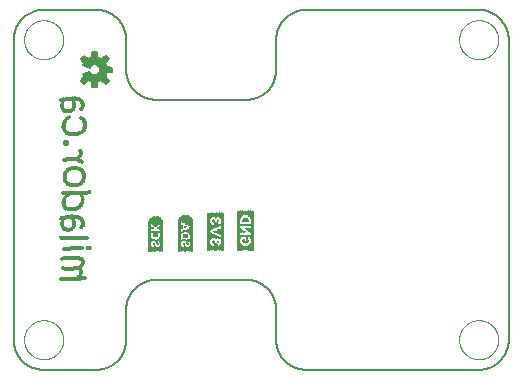
<source format=gbo>
G75*
%MOIN*%
%OFA0B0*%
%FSLAX25Y25*%
%IPPOS*%
%LPD*%
%AMOC8*
5,1,8,0,0,1.08239X$1,22.5*
%
%ADD10C,0.00800*%
%ADD11R,0.00130X0.00390*%
%ADD12R,0.00130X0.00260*%
%ADD13R,0.00130X0.00780*%
%ADD14R,0.00130X0.00650*%
%ADD15R,0.00130X0.00910*%
%ADD16R,0.00130X0.01040*%
%ADD17R,0.00130X0.01040*%
%ADD18R,0.00130X0.01170*%
%ADD19R,0.00130X0.01430*%
%ADD20R,0.00130X0.01560*%
%ADD21R,0.00130X0.02210*%
%ADD22R,0.00130X0.00130*%
%ADD23R,0.00130X0.01170*%
%ADD24R,0.00130X0.01300*%
%ADD25R,0.00130X0.03900*%
%ADD26R,0.00130X0.04030*%
%ADD27R,0.00130X0.04290*%
%ADD28R,0.00130X0.01950*%
%ADD29R,0.00130X0.02340*%
%ADD30R,0.00130X0.04420*%
%ADD31R,0.00130X0.04550*%
%ADD32R,0.00130X0.02600*%
%ADD33R,0.00130X0.00520*%
%ADD34R,0.00130X0.02990*%
%ADD35R,0.00130X0.03120*%
%ADD36R,0.00130X0.01690*%
%ADD37R,0.00130X0.03510*%
%ADD38R,0.00130X0.04680*%
%ADD39R,0.00130X0.03640*%
%ADD40R,0.00130X0.04290*%
%ADD41R,0.00130X0.01690*%
%ADD42R,0.00130X0.04940*%
%ADD43R,0.00130X0.05200*%
%ADD44R,0.00130X0.01820*%
%ADD45R,0.00130X0.02860*%
%ADD46R,0.00130X0.02080*%
%ADD47R,0.00130X0.02470*%
%ADD48R,0.00130X0.04940*%
%ADD49R,0.00130X0.01820*%
%ADD50R,0.00130X0.00390*%
%ADD51R,0.00130X0.05070*%
%ADD52R,0.00130X0.04810*%
%ADD53R,0.00130X0.03250*%
%ADD54R,0.00130X0.02730*%
%ADD55R,0.00130X0.02340*%
%ADD56R,0.00130X0.05070*%
%ADD57R,0.00130X0.03120*%
%ADD58R,0.00130X0.05460*%
%ADD59R,0.00130X0.02470*%
%ADD60R,0.00130X0.03770*%
%ADD61R,0.00130X0.05330*%
%ADD62R,0.00130X0.04160*%
%ADD63R,0.00130X0.03380*%
%ADD64R,0.00130X0.03770*%
%ADD65R,0.00130X0.00520*%
%ADD66C,0.00000*%
%ADD67C,0.00591*%
%ADD68R,0.00157X0.13386*%
%ADD69R,0.00118X0.13386*%
%ADD70R,0.00118X0.02913*%
%ADD71R,0.00118X0.09646*%
%ADD72R,0.00157X0.02638*%
%ADD73R,0.00157X0.01102*%
%ADD74R,0.00157X0.01654*%
%ADD75R,0.00157X0.00551*%
%ADD76R,0.00118X0.02362*%
%ADD77R,0.00118X0.00709*%
%ADD78R,0.00118X0.01378*%
%ADD79R,0.00118X0.00433*%
%ADD80R,0.00157X0.02205*%
%ADD81R,0.00157X0.01220*%
%ADD82R,0.00157X0.00433*%
%ADD83R,0.00118X0.01929*%
%ADD84R,0.00118X0.00551*%
%ADD85R,0.00118X0.01220*%
%ADD86R,0.00118X0.02087*%
%ADD87R,0.00157X0.01929*%
%ADD88R,0.00118X0.01811*%
%ADD89R,0.00118X0.00945*%
%ADD90R,0.00157X0.00945*%
%ADD91R,0.00157X0.00709*%
%ADD92R,0.00157X0.00827*%
%ADD93R,0.00118X0.01654*%
%ADD94R,0.00118X0.02480*%
%ADD95R,0.00118X0.00827*%
%ADD96R,0.00118X0.00984*%
%ADD97R,0.00157X0.00669*%
%ADD98R,0.00157X0.01535*%
%ADD99R,0.00118X0.01535*%
%ADD100R,0.00118X0.02638*%
%ADD101R,0.00118X0.01260*%
%ADD102R,0.00157X0.00394*%
%ADD103R,0.00157X0.01378*%
%ADD104R,0.00118X0.00394*%
%ADD105R,0.00157X0.00157*%
%ADD106R,0.00157X0.00276*%
%ADD107R,0.00118X0.00276*%
%ADD108R,0.00118X0.00118*%
%ADD109R,0.00157X0.01260*%
%ADD110R,0.00118X0.01102*%
%ADD111R,0.00157X0.00984*%
%ADD112R,0.00157X0.01811*%
%ADD113R,0.00157X0.02087*%
%ADD114R,0.00118X0.02205*%
%ADD115R,0.00157X0.02480*%
%ADD116R,0.00157X0.01496*%
%ADD117R,0.00118X0.02756*%
%ADD118R,0.00118X0.00669*%
%ADD119R,0.00118X0.10394*%
%ADD120R,0.00118X0.10748*%
%ADD121R,0.00079X0.10984*%
%ADD122R,0.00157X0.11220*%
%ADD123R,0.00118X0.11339*%
%ADD124R,0.00118X0.11457*%
%ADD125R,0.00079X0.11575*%
%ADD126R,0.00118X0.02126*%
%ADD127R,0.00118X0.08976*%
%ADD128R,0.00157X0.01890*%
%ADD129R,0.00157X0.02362*%
%ADD130R,0.00157X0.03425*%
%ADD131R,0.00118X0.00591*%
%ADD132R,0.00118X0.02008*%
%ADD133R,0.00118X0.03307*%
%ADD134R,0.00118X0.00472*%
%ADD135R,0.00118X0.03425*%
%ADD136R,0.00157X0.01417*%
%ADD137R,0.00157X0.00472*%
%ADD138R,0.00157X0.01299*%
%ADD139R,0.00118X0.01417*%
%ADD140R,0.00118X0.01181*%
%ADD141R,0.00118X0.01772*%
%ADD142R,0.00157X0.01063*%
%ADD143R,0.00157X0.03307*%
%ADD144R,0.00118X0.03189*%
%ADD145R,0.00118X0.01299*%
%ADD146R,0.00118X0.00236*%
%ADD147R,0.00157X0.00591*%
%ADD148R,0.00157X0.00236*%
%ADD149R,0.00157X0.03071*%
%ADD150R,0.00118X0.00354*%
%ADD151R,0.00118X0.03071*%
%ADD152R,0.00118X0.02953*%
%ADD153R,0.00157X0.02835*%
%ADD154R,0.00157X0.00354*%
%ADD155R,0.00157X0.01181*%
%ADD156R,0.00118X0.01063*%
%ADD157R,0.00118X0.02835*%
%ADD158R,0.00118X0.02598*%
%ADD159R,0.00118X0.02244*%
%ADD160R,0.00157X0.01772*%
%ADD161R,0.00157X0.02126*%
%ADD162R,0.00118X0.11575*%
%ADD163R,0.00118X0.11220*%
%ADD164R,0.00118X0.10984*%
%ADD165R,0.00118X0.09921*%
%ADD166R,0.00118X0.10276*%
%ADD167R,0.00079X0.10512*%
%ADD168R,0.00157X0.10748*%
%ADD169R,0.00118X0.10866*%
%ADD170R,0.00079X0.11102*%
%ADD171R,0.00118X0.02717*%
%ADD172R,0.00157X0.02008*%
%ADD173R,0.00157X0.00118*%
%ADD174R,0.00157X0.03543*%
%ADD175R,0.00118X0.03543*%
%ADD176R,0.00157X0.02717*%
%ADD177R,0.00157X0.03189*%
%ADD178R,0.00157X0.02598*%
%ADD179R,0.00157X0.02244*%
%ADD180R,0.00118X0.01890*%
%ADD181R,0.00118X0.11102*%
%ADD182R,0.00118X0.10512*%
%ADD183R,0.00157X0.12520*%
%ADD184R,0.00118X0.12520*%
%ADD185R,0.00118X0.06220*%
%ADD186R,0.00157X0.02047*%
%ADD187R,0.00118X0.02047*%
%ADD188R,0.00118X0.01496*%
%ADD189R,0.00118X0.03031*%
%ADD190R,0.00118X0.00157*%
D10*
X0012250Y0015449D02*
X0029750Y0015449D01*
X0029992Y0015452D01*
X0030233Y0015461D01*
X0030474Y0015475D01*
X0030715Y0015496D01*
X0030955Y0015522D01*
X0031195Y0015554D01*
X0031434Y0015592D01*
X0031671Y0015635D01*
X0031908Y0015685D01*
X0032143Y0015740D01*
X0032377Y0015800D01*
X0032609Y0015867D01*
X0032840Y0015938D01*
X0033069Y0016016D01*
X0033296Y0016099D01*
X0033521Y0016187D01*
X0033744Y0016281D01*
X0033964Y0016380D01*
X0034182Y0016485D01*
X0034397Y0016594D01*
X0034610Y0016709D01*
X0034820Y0016829D01*
X0035026Y0016954D01*
X0035230Y0017084D01*
X0035431Y0017219D01*
X0035628Y0017359D01*
X0035822Y0017503D01*
X0036012Y0017652D01*
X0036198Y0017806D01*
X0036381Y0017964D01*
X0036560Y0018126D01*
X0036735Y0018293D01*
X0036906Y0018464D01*
X0037073Y0018639D01*
X0037235Y0018818D01*
X0037393Y0019001D01*
X0037547Y0019187D01*
X0037696Y0019377D01*
X0037840Y0019571D01*
X0037980Y0019768D01*
X0038115Y0019969D01*
X0038245Y0020173D01*
X0038370Y0020379D01*
X0038490Y0020589D01*
X0038605Y0020802D01*
X0038714Y0021017D01*
X0038819Y0021235D01*
X0038918Y0021455D01*
X0039012Y0021678D01*
X0039100Y0021903D01*
X0039183Y0022130D01*
X0039261Y0022359D01*
X0039332Y0022590D01*
X0039399Y0022822D01*
X0039459Y0023056D01*
X0039514Y0023291D01*
X0039564Y0023528D01*
X0039607Y0023765D01*
X0039645Y0024004D01*
X0039677Y0024244D01*
X0039703Y0024484D01*
X0039724Y0024725D01*
X0039738Y0024966D01*
X0039747Y0025207D01*
X0039750Y0025449D01*
X0039750Y0035449D01*
X0039753Y0035691D01*
X0039762Y0035932D01*
X0039776Y0036173D01*
X0039797Y0036414D01*
X0039823Y0036654D01*
X0039855Y0036894D01*
X0039893Y0037133D01*
X0039936Y0037370D01*
X0039986Y0037607D01*
X0040041Y0037842D01*
X0040101Y0038076D01*
X0040168Y0038308D01*
X0040239Y0038539D01*
X0040317Y0038768D01*
X0040400Y0038995D01*
X0040488Y0039220D01*
X0040582Y0039443D01*
X0040681Y0039663D01*
X0040786Y0039881D01*
X0040895Y0040096D01*
X0041010Y0040309D01*
X0041130Y0040519D01*
X0041255Y0040725D01*
X0041385Y0040929D01*
X0041520Y0041130D01*
X0041660Y0041327D01*
X0041804Y0041521D01*
X0041953Y0041711D01*
X0042107Y0041897D01*
X0042265Y0042080D01*
X0042427Y0042259D01*
X0042594Y0042434D01*
X0042765Y0042605D01*
X0042940Y0042772D01*
X0043119Y0042934D01*
X0043302Y0043092D01*
X0043488Y0043246D01*
X0043678Y0043395D01*
X0043872Y0043539D01*
X0044069Y0043679D01*
X0044270Y0043814D01*
X0044474Y0043944D01*
X0044680Y0044069D01*
X0044890Y0044189D01*
X0045103Y0044304D01*
X0045318Y0044413D01*
X0045536Y0044518D01*
X0045756Y0044617D01*
X0045979Y0044711D01*
X0046204Y0044799D01*
X0046431Y0044882D01*
X0046660Y0044960D01*
X0046891Y0045031D01*
X0047123Y0045098D01*
X0047357Y0045158D01*
X0047592Y0045213D01*
X0047829Y0045263D01*
X0048066Y0045306D01*
X0048305Y0045344D01*
X0048545Y0045376D01*
X0048785Y0045402D01*
X0049026Y0045423D01*
X0049267Y0045437D01*
X0049508Y0045446D01*
X0049750Y0045449D01*
X0079750Y0045449D01*
X0079992Y0045446D01*
X0080233Y0045437D01*
X0080474Y0045423D01*
X0080715Y0045402D01*
X0080955Y0045376D01*
X0081195Y0045344D01*
X0081434Y0045306D01*
X0081671Y0045263D01*
X0081908Y0045213D01*
X0082143Y0045158D01*
X0082377Y0045098D01*
X0082609Y0045031D01*
X0082840Y0044960D01*
X0083069Y0044882D01*
X0083296Y0044799D01*
X0083521Y0044711D01*
X0083744Y0044617D01*
X0083964Y0044518D01*
X0084182Y0044413D01*
X0084397Y0044304D01*
X0084610Y0044189D01*
X0084820Y0044069D01*
X0085026Y0043944D01*
X0085230Y0043814D01*
X0085431Y0043679D01*
X0085628Y0043539D01*
X0085822Y0043395D01*
X0086012Y0043246D01*
X0086198Y0043092D01*
X0086381Y0042934D01*
X0086560Y0042772D01*
X0086735Y0042605D01*
X0086906Y0042434D01*
X0087073Y0042259D01*
X0087235Y0042080D01*
X0087393Y0041897D01*
X0087547Y0041711D01*
X0087696Y0041521D01*
X0087840Y0041327D01*
X0087980Y0041130D01*
X0088115Y0040929D01*
X0088245Y0040725D01*
X0088370Y0040519D01*
X0088490Y0040309D01*
X0088605Y0040096D01*
X0088714Y0039881D01*
X0088819Y0039663D01*
X0088918Y0039443D01*
X0089012Y0039220D01*
X0089100Y0038995D01*
X0089183Y0038768D01*
X0089261Y0038539D01*
X0089332Y0038308D01*
X0089399Y0038076D01*
X0089459Y0037842D01*
X0089514Y0037607D01*
X0089564Y0037370D01*
X0089607Y0037133D01*
X0089645Y0036894D01*
X0089677Y0036654D01*
X0089703Y0036414D01*
X0089724Y0036173D01*
X0089738Y0035932D01*
X0089747Y0035691D01*
X0089750Y0035449D01*
X0089750Y0025449D01*
X0089753Y0025207D01*
X0089762Y0024966D01*
X0089776Y0024725D01*
X0089797Y0024484D01*
X0089823Y0024244D01*
X0089855Y0024004D01*
X0089893Y0023765D01*
X0089936Y0023528D01*
X0089986Y0023291D01*
X0090041Y0023056D01*
X0090101Y0022822D01*
X0090168Y0022590D01*
X0090239Y0022359D01*
X0090317Y0022130D01*
X0090400Y0021903D01*
X0090488Y0021678D01*
X0090582Y0021455D01*
X0090681Y0021235D01*
X0090786Y0021017D01*
X0090895Y0020802D01*
X0091010Y0020589D01*
X0091130Y0020379D01*
X0091255Y0020173D01*
X0091385Y0019969D01*
X0091520Y0019768D01*
X0091660Y0019571D01*
X0091804Y0019377D01*
X0091953Y0019187D01*
X0092107Y0019001D01*
X0092265Y0018818D01*
X0092427Y0018639D01*
X0092594Y0018464D01*
X0092765Y0018293D01*
X0092940Y0018126D01*
X0093119Y0017964D01*
X0093302Y0017806D01*
X0093488Y0017652D01*
X0093678Y0017503D01*
X0093872Y0017359D01*
X0094069Y0017219D01*
X0094270Y0017084D01*
X0094474Y0016954D01*
X0094680Y0016829D01*
X0094890Y0016709D01*
X0095103Y0016594D01*
X0095318Y0016485D01*
X0095536Y0016380D01*
X0095756Y0016281D01*
X0095979Y0016187D01*
X0096204Y0016099D01*
X0096431Y0016016D01*
X0096660Y0015938D01*
X0096891Y0015867D01*
X0097123Y0015800D01*
X0097357Y0015740D01*
X0097592Y0015685D01*
X0097829Y0015635D01*
X0098066Y0015592D01*
X0098305Y0015554D01*
X0098545Y0015522D01*
X0098785Y0015496D01*
X0099026Y0015475D01*
X0099267Y0015461D01*
X0099508Y0015452D01*
X0099750Y0015449D01*
X0157250Y0015449D01*
X0157492Y0015452D01*
X0157733Y0015461D01*
X0157974Y0015475D01*
X0158215Y0015496D01*
X0158455Y0015522D01*
X0158695Y0015554D01*
X0158934Y0015592D01*
X0159171Y0015635D01*
X0159408Y0015685D01*
X0159643Y0015740D01*
X0159877Y0015800D01*
X0160109Y0015867D01*
X0160340Y0015938D01*
X0160569Y0016016D01*
X0160796Y0016099D01*
X0161021Y0016187D01*
X0161244Y0016281D01*
X0161464Y0016380D01*
X0161682Y0016485D01*
X0161897Y0016594D01*
X0162110Y0016709D01*
X0162320Y0016829D01*
X0162526Y0016954D01*
X0162730Y0017084D01*
X0162931Y0017219D01*
X0163128Y0017359D01*
X0163322Y0017503D01*
X0163512Y0017652D01*
X0163698Y0017806D01*
X0163881Y0017964D01*
X0164060Y0018126D01*
X0164235Y0018293D01*
X0164406Y0018464D01*
X0164573Y0018639D01*
X0164735Y0018818D01*
X0164893Y0019001D01*
X0165047Y0019187D01*
X0165196Y0019377D01*
X0165340Y0019571D01*
X0165480Y0019768D01*
X0165615Y0019969D01*
X0165745Y0020173D01*
X0165870Y0020379D01*
X0165990Y0020589D01*
X0166105Y0020802D01*
X0166214Y0021017D01*
X0166319Y0021235D01*
X0166418Y0021455D01*
X0166512Y0021678D01*
X0166600Y0021903D01*
X0166683Y0022130D01*
X0166761Y0022359D01*
X0166832Y0022590D01*
X0166899Y0022822D01*
X0166959Y0023056D01*
X0167014Y0023291D01*
X0167064Y0023528D01*
X0167107Y0023765D01*
X0167145Y0024004D01*
X0167177Y0024244D01*
X0167203Y0024484D01*
X0167224Y0024725D01*
X0167238Y0024966D01*
X0167247Y0025207D01*
X0167250Y0025449D01*
X0167250Y0125449D01*
X0167247Y0125691D01*
X0167238Y0125932D01*
X0167224Y0126173D01*
X0167203Y0126414D01*
X0167177Y0126654D01*
X0167145Y0126894D01*
X0167107Y0127133D01*
X0167064Y0127370D01*
X0167014Y0127607D01*
X0166959Y0127842D01*
X0166899Y0128076D01*
X0166832Y0128308D01*
X0166761Y0128539D01*
X0166683Y0128768D01*
X0166600Y0128995D01*
X0166512Y0129220D01*
X0166418Y0129443D01*
X0166319Y0129663D01*
X0166214Y0129881D01*
X0166105Y0130096D01*
X0165990Y0130309D01*
X0165870Y0130519D01*
X0165745Y0130725D01*
X0165615Y0130929D01*
X0165480Y0131130D01*
X0165340Y0131327D01*
X0165196Y0131521D01*
X0165047Y0131711D01*
X0164893Y0131897D01*
X0164735Y0132080D01*
X0164573Y0132259D01*
X0164406Y0132434D01*
X0164235Y0132605D01*
X0164060Y0132772D01*
X0163881Y0132934D01*
X0163698Y0133092D01*
X0163512Y0133246D01*
X0163322Y0133395D01*
X0163128Y0133539D01*
X0162931Y0133679D01*
X0162730Y0133814D01*
X0162526Y0133944D01*
X0162320Y0134069D01*
X0162110Y0134189D01*
X0161897Y0134304D01*
X0161682Y0134413D01*
X0161464Y0134518D01*
X0161244Y0134617D01*
X0161021Y0134711D01*
X0160796Y0134799D01*
X0160569Y0134882D01*
X0160340Y0134960D01*
X0160109Y0135031D01*
X0159877Y0135098D01*
X0159643Y0135158D01*
X0159408Y0135213D01*
X0159171Y0135263D01*
X0158934Y0135306D01*
X0158695Y0135344D01*
X0158455Y0135376D01*
X0158215Y0135402D01*
X0157974Y0135423D01*
X0157733Y0135437D01*
X0157492Y0135446D01*
X0157250Y0135449D01*
X0099750Y0135449D01*
X0099508Y0135446D01*
X0099267Y0135437D01*
X0099026Y0135423D01*
X0098785Y0135402D01*
X0098545Y0135376D01*
X0098305Y0135344D01*
X0098066Y0135306D01*
X0097829Y0135263D01*
X0097592Y0135213D01*
X0097357Y0135158D01*
X0097123Y0135098D01*
X0096891Y0135031D01*
X0096660Y0134960D01*
X0096431Y0134882D01*
X0096204Y0134799D01*
X0095979Y0134711D01*
X0095756Y0134617D01*
X0095536Y0134518D01*
X0095318Y0134413D01*
X0095103Y0134304D01*
X0094890Y0134189D01*
X0094680Y0134069D01*
X0094474Y0133944D01*
X0094270Y0133814D01*
X0094069Y0133679D01*
X0093872Y0133539D01*
X0093678Y0133395D01*
X0093488Y0133246D01*
X0093302Y0133092D01*
X0093119Y0132934D01*
X0092940Y0132772D01*
X0092765Y0132605D01*
X0092594Y0132434D01*
X0092427Y0132259D01*
X0092265Y0132080D01*
X0092107Y0131897D01*
X0091953Y0131711D01*
X0091804Y0131521D01*
X0091660Y0131327D01*
X0091520Y0131130D01*
X0091385Y0130929D01*
X0091255Y0130725D01*
X0091130Y0130519D01*
X0091010Y0130309D01*
X0090895Y0130096D01*
X0090786Y0129881D01*
X0090681Y0129663D01*
X0090582Y0129443D01*
X0090488Y0129220D01*
X0090400Y0128995D01*
X0090317Y0128768D01*
X0090239Y0128539D01*
X0090168Y0128308D01*
X0090101Y0128076D01*
X0090041Y0127842D01*
X0089986Y0127607D01*
X0089936Y0127370D01*
X0089893Y0127133D01*
X0089855Y0126894D01*
X0089823Y0126654D01*
X0089797Y0126414D01*
X0089776Y0126173D01*
X0089762Y0125932D01*
X0089753Y0125691D01*
X0089750Y0125449D01*
X0089750Y0115449D01*
X0089747Y0115207D01*
X0089738Y0114966D01*
X0089724Y0114725D01*
X0089703Y0114484D01*
X0089677Y0114244D01*
X0089645Y0114004D01*
X0089607Y0113765D01*
X0089564Y0113528D01*
X0089514Y0113291D01*
X0089459Y0113056D01*
X0089399Y0112822D01*
X0089332Y0112590D01*
X0089261Y0112359D01*
X0089183Y0112130D01*
X0089100Y0111903D01*
X0089012Y0111678D01*
X0088918Y0111455D01*
X0088819Y0111235D01*
X0088714Y0111017D01*
X0088605Y0110802D01*
X0088490Y0110589D01*
X0088370Y0110379D01*
X0088245Y0110173D01*
X0088115Y0109969D01*
X0087980Y0109768D01*
X0087840Y0109571D01*
X0087696Y0109377D01*
X0087547Y0109187D01*
X0087393Y0109001D01*
X0087235Y0108818D01*
X0087073Y0108639D01*
X0086906Y0108464D01*
X0086735Y0108293D01*
X0086560Y0108126D01*
X0086381Y0107964D01*
X0086198Y0107806D01*
X0086012Y0107652D01*
X0085822Y0107503D01*
X0085628Y0107359D01*
X0085431Y0107219D01*
X0085230Y0107084D01*
X0085026Y0106954D01*
X0084820Y0106829D01*
X0084610Y0106709D01*
X0084397Y0106594D01*
X0084182Y0106485D01*
X0083964Y0106380D01*
X0083744Y0106281D01*
X0083521Y0106187D01*
X0083296Y0106099D01*
X0083069Y0106016D01*
X0082840Y0105938D01*
X0082609Y0105867D01*
X0082377Y0105800D01*
X0082143Y0105740D01*
X0081908Y0105685D01*
X0081671Y0105635D01*
X0081434Y0105592D01*
X0081195Y0105554D01*
X0080955Y0105522D01*
X0080715Y0105496D01*
X0080474Y0105475D01*
X0080233Y0105461D01*
X0079992Y0105452D01*
X0079750Y0105449D01*
X0049750Y0105449D01*
X0049508Y0105452D01*
X0049267Y0105461D01*
X0049026Y0105475D01*
X0048785Y0105496D01*
X0048545Y0105522D01*
X0048305Y0105554D01*
X0048066Y0105592D01*
X0047829Y0105635D01*
X0047592Y0105685D01*
X0047357Y0105740D01*
X0047123Y0105800D01*
X0046891Y0105867D01*
X0046660Y0105938D01*
X0046431Y0106016D01*
X0046204Y0106099D01*
X0045979Y0106187D01*
X0045756Y0106281D01*
X0045536Y0106380D01*
X0045318Y0106485D01*
X0045103Y0106594D01*
X0044890Y0106709D01*
X0044680Y0106829D01*
X0044474Y0106954D01*
X0044270Y0107084D01*
X0044069Y0107219D01*
X0043872Y0107359D01*
X0043678Y0107503D01*
X0043488Y0107652D01*
X0043302Y0107806D01*
X0043119Y0107964D01*
X0042940Y0108126D01*
X0042765Y0108293D01*
X0042594Y0108464D01*
X0042427Y0108639D01*
X0042265Y0108818D01*
X0042107Y0109001D01*
X0041953Y0109187D01*
X0041804Y0109377D01*
X0041660Y0109571D01*
X0041520Y0109768D01*
X0041385Y0109969D01*
X0041255Y0110173D01*
X0041130Y0110379D01*
X0041010Y0110589D01*
X0040895Y0110802D01*
X0040786Y0111017D01*
X0040681Y0111235D01*
X0040582Y0111455D01*
X0040488Y0111678D01*
X0040400Y0111903D01*
X0040317Y0112130D01*
X0040239Y0112359D01*
X0040168Y0112590D01*
X0040101Y0112822D01*
X0040041Y0113056D01*
X0039986Y0113291D01*
X0039936Y0113528D01*
X0039893Y0113765D01*
X0039855Y0114004D01*
X0039823Y0114244D01*
X0039797Y0114484D01*
X0039776Y0114725D01*
X0039762Y0114966D01*
X0039753Y0115207D01*
X0039750Y0115449D01*
X0039750Y0125449D01*
X0039747Y0125691D01*
X0039738Y0125932D01*
X0039724Y0126173D01*
X0039703Y0126414D01*
X0039677Y0126654D01*
X0039645Y0126894D01*
X0039607Y0127133D01*
X0039564Y0127370D01*
X0039514Y0127607D01*
X0039459Y0127842D01*
X0039399Y0128076D01*
X0039332Y0128308D01*
X0039261Y0128539D01*
X0039183Y0128768D01*
X0039100Y0128995D01*
X0039012Y0129220D01*
X0038918Y0129443D01*
X0038819Y0129663D01*
X0038714Y0129881D01*
X0038605Y0130096D01*
X0038490Y0130309D01*
X0038370Y0130519D01*
X0038245Y0130725D01*
X0038115Y0130929D01*
X0037980Y0131130D01*
X0037840Y0131327D01*
X0037696Y0131521D01*
X0037547Y0131711D01*
X0037393Y0131897D01*
X0037235Y0132080D01*
X0037073Y0132259D01*
X0036906Y0132434D01*
X0036735Y0132605D01*
X0036560Y0132772D01*
X0036381Y0132934D01*
X0036198Y0133092D01*
X0036012Y0133246D01*
X0035822Y0133395D01*
X0035628Y0133539D01*
X0035431Y0133679D01*
X0035230Y0133814D01*
X0035026Y0133944D01*
X0034820Y0134069D01*
X0034610Y0134189D01*
X0034397Y0134304D01*
X0034182Y0134413D01*
X0033964Y0134518D01*
X0033744Y0134617D01*
X0033521Y0134711D01*
X0033296Y0134799D01*
X0033069Y0134882D01*
X0032840Y0134960D01*
X0032609Y0135031D01*
X0032377Y0135098D01*
X0032143Y0135158D01*
X0031908Y0135213D01*
X0031671Y0135263D01*
X0031434Y0135306D01*
X0031195Y0135344D01*
X0030955Y0135376D01*
X0030715Y0135402D01*
X0030474Y0135423D01*
X0030233Y0135437D01*
X0029992Y0135446D01*
X0029750Y0135449D01*
X0012250Y0135449D01*
X0012008Y0135446D01*
X0011767Y0135437D01*
X0011526Y0135423D01*
X0011285Y0135402D01*
X0011045Y0135376D01*
X0010805Y0135344D01*
X0010566Y0135306D01*
X0010329Y0135263D01*
X0010092Y0135213D01*
X0009857Y0135158D01*
X0009623Y0135098D01*
X0009391Y0135031D01*
X0009160Y0134960D01*
X0008931Y0134882D01*
X0008704Y0134799D01*
X0008479Y0134711D01*
X0008256Y0134617D01*
X0008036Y0134518D01*
X0007818Y0134413D01*
X0007603Y0134304D01*
X0007390Y0134189D01*
X0007180Y0134069D01*
X0006974Y0133944D01*
X0006770Y0133814D01*
X0006569Y0133679D01*
X0006372Y0133539D01*
X0006178Y0133395D01*
X0005988Y0133246D01*
X0005802Y0133092D01*
X0005619Y0132934D01*
X0005440Y0132772D01*
X0005265Y0132605D01*
X0005094Y0132434D01*
X0004927Y0132259D01*
X0004765Y0132080D01*
X0004607Y0131897D01*
X0004453Y0131711D01*
X0004304Y0131521D01*
X0004160Y0131327D01*
X0004020Y0131130D01*
X0003885Y0130929D01*
X0003755Y0130725D01*
X0003630Y0130519D01*
X0003510Y0130309D01*
X0003395Y0130096D01*
X0003286Y0129881D01*
X0003181Y0129663D01*
X0003082Y0129443D01*
X0002988Y0129220D01*
X0002900Y0128995D01*
X0002817Y0128768D01*
X0002739Y0128539D01*
X0002668Y0128308D01*
X0002601Y0128076D01*
X0002541Y0127842D01*
X0002486Y0127607D01*
X0002436Y0127370D01*
X0002393Y0127133D01*
X0002355Y0126894D01*
X0002323Y0126654D01*
X0002297Y0126414D01*
X0002276Y0126173D01*
X0002262Y0125932D01*
X0002253Y0125691D01*
X0002250Y0125449D01*
X0002250Y0025449D01*
X0002253Y0025207D01*
X0002262Y0024966D01*
X0002276Y0024725D01*
X0002297Y0024484D01*
X0002323Y0024244D01*
X0002355Y0024004D01*
X0002393Y0023765D01*
X0002436Y0023528D01*
X0002486Y0023291D01*
X0002541Y0023056D01*
X0002601Y0022822D01*
X0002668Y0022590D01*
X0002739Y0022359D01*
X0002817Y0022130D01*
X0002900Y0021903D01*
X0002988Y0021678D01*
X0003082Y0021455D01*
X0003181Y0021235D01*
X0003286Y0021017D01*
X0003395Y0020802D01*
X0003510Y0020589D01*
X0003630Y0020379D01*
X0003755Y0020173D01*
X0003885Y0019969D01*
X0004020Y0019768D01*
X0004160Y0019571D01*
X0004304Y0019377D01*
X0004453Y0019187D01*
X0004607Y0019001D01*
X0004765Y0018818D01*
X0004927Y0018639D01*
X0005094Y0018464D01*
X0005265Y0018293D01*
X0005440Y0018126D01*
X0005619Y0017964D01*
X0005802Y0017806D01*
X0005988Y0017652D01*
X0006178Y0017503D01*
X0006372Y0017359D01*
X0006569Y0017219D01*
X0006770Y0017084D01*
X0006974Y0016954D01*
X0007180Y0016829D01*
X0007390Y0016709D01*
X0007603Y0016594D01*
X0007818Y0016485D01*
X0008036Y0016380D01*
X0008256Y0016281D01*
X0008479Y0016187D01*
X0008704Y0016099D01*
X0008931Y0016016D01*
X0009160Y0015938D01*
X0009391Y0015867D01*
X0009623Y0015800D01*
X0009857Y0015740D01*
X0010092Y0015685D01*
X0010329Y0015635D01*
X0010566Y0015592D01*
X0010805Y0015554D01*
X0011045Y0015522D01*
X0011285Y0015496D01*
X0011526Y0015475D01*
X0011767Y0015461D01*
X0012008Y0015452D01*
X0012250Y0015449D01*
D11*
X0017600Y0059589D03*
X0027350Y0059459D03*
X0024490Y0102229D03*
D12*
X0024360Y0099304D03*
X0018900Y0090984D03*
X0025920Y0072134D03*
X0024490Y0062774D03*
X0017730Y0045614D03*
D13*
X0017860Y0045614D03*
X0018120Y0052374D03*
X0017730Y0059654D03*
X0028260Y0056014D03*
X0018900Y0085264D03*
X0021110Y0099564D03*
X0024490Y0099304D03*
D14*
X0017730Y0105219D03*
X0025660Y0084679D03*
X0018380Y0074279D03*
X0017730Y0065829D03*
X0025790Y0055949D03*
X0018640Y0055559D03*
X0017990Y0052309D03*
X0018250Y0049319D03*
D15*
X0018380Y0049319D03*
X0018510Y0049319D03*
X0017990Y0045679D03*
X0026440Y0046199D03*
X0018770Y0055559D03*
X0017860Y0059589D03*
X0017860Y0065829D03*
X0024620Y0062839D03*
X0027090Y0059459D03*
X0027220Y0059459D03*
X0025660Y0055949D03*
X0028000Y0074539D03*
X0018510Y0074279D03*
X0025530Y0084679D03*
X0024100Y0088449D03*
X0018510Y0096509D03*
X0024620Y0099369D03*
X0024620Y0102229D03*
X0017860Y0105219D03*
D16*
X0017990Y0059524D03*
X0018120Y0059524D03*
X0018250Y0059524D03*
X0018380Y0059524D03*
X0018380Y0052374D03*
X0018250Y0052374D03*
D17*
X0018770Y0052504D03*
X0019030Y0049254D03*
X0019160Y0049254D03*
X0022410Y0049254D03*
X0022540Y0049254D03*
X0022670Y0049254D03*
X0022800Y0049254D03*
X0022930Y0049254D03*
X0023710Y0052764D03*
X0025530Y0056014D03*
X0026830Y0056014D03*
X0021500Y0055884D03*
X0018250Y0065894D03*
X0018120Y0065894D03*
X0017990Y0065894D03*
X0023060Y0066414D03*
X0023190Y0066414D03*
X0018640Y0074214D03*
X0027870Y0074604D03*
X0025400Y0084744D03*
X0019030Y0085264D03*
X0019030Y0090984D03*
X0020590Y0091114D03*
X0020980Y0099564D03*
X0024750Y0099304D03*
X0024880Y0099304D03*
X0018120Y0105284D03*
X0017990Y0105284D03*
X0020590Y0105804D03*
X0023190Y0105804D03*
X0023320Y0105804D03*
X0026180Y0046134D03*
X0026310Y0046134D03*
D18*
X0026050Y0046069D03*
X0025920Y0046069D03*
X0025790Y0046069D03*
X0023060Y0045679D03*
X0023060Y0049319D03*
X0023190Y0049319D03*
X0023320Y0049319D03*
X0023450Y0049319D03*
X0023580Y0049319D03*
X0023710Y0049319D03*
X0024360Y0052569D03*
X0023580Y0052829D03*
X0023450Y0052829D03*
X0023320Y0052829D03*
X0023190Y0052829D03*
X0023060Y0052829D03*
X0022930Y0052829D03*
X0022800Y0052829D03*
X0022670Y0052829D03*
X0022540Y0052829D03*
X0022410Y0052829D03*
X0022280Y0052829D03*
X0022150Y0052829D03*
X0022020Y0052829D03*
X0021890Y0052829D03*
X0021760Y0052829D03*
X0021630Y0052829D03*
X0021500Y0052829D03*
X0021370Y0052829D03*
X0021240Y0052829D03*
X0021110Y0052829D03*
X0020980Y0052829D03*
X0020850Y0052829D03*
X0020720Y0052829D03*
X0019420Y0052569D03*
X0019290Y0052569D03*
X0019160Y0052569D03*
X0019030Y0052569D03*
X0018900Y0052569D03*
X0018900Y0049319D03*
X0018770Y0049319D03*
X0018640Y0049319D03*
X0018250Y0045679D03*
X0018120Y0045679D03*
X0020200Y0055819D03*
X0020330Y0055819D03*
X0020460Y0055819D03*
X0020590Y0055819D03*
X0020720Y0055819D03*
X0020850Y0055819D03*
X0020980Y0055819D03*
X0021110Y0055819D03*
X0021240Y0055819D03*
X0021370Y0055819D03*
X0021370Y0059329D03*
X0021500Y0059329D03*
X0021630Y0059329D03*
X0021760Y0059329D03*
X0021890Y0059329D03*
X0022020Y0059329D03*
X0022150Y0059329D03*
X0022280Y0059329D03*
X0022410Y0059329D03*
X0022540Y0059329D03*
X0022670Y0059329D03*
X0022800Y0059329D03*
X0022930Y0059329D03*
X0023060Y0059329D03*
X0023190Y0059329D03*
X0023320Y0059329D03*
X0023450Y0059329D03*
X0023580Y0059329D03*
X0023710Y0059329D03*
X0023840Y0059329D03*
X0023970Y0059329D03*
X0024100Y0059329D03*
X0024230Y0059329D03*
X0024360Y0059329D03*
X0024490Y0059329D03*
X0024620Y0059329D03*
X0024750Y0059329D03*
X0024880Y0059329D03*
X0025010Y0059329D03*
X0025140Y0059329D03*
X0024750Y0062969D03*
X0023970Y0066219D03*
X0023840Y0066219D03*
X0022930Y0066479D03*
X0022800Y0066479D03*
X0022670Y0066479D03*
X0023060Y0069079D03*
X0019810Y0066219D03*
X0019680Y0066219D03*
X0021370Y0062319D03*
X0021240Y0059329D03*
X0021110Y0059329D03*
X0020980Y0059329D03*
X0028130Y0056079D03*
X0024360Y0074279D03*
X0024230Y0074279D03*
X0024100Y0074279D03*
X0023970Y0074279D03*
X0023840Y0074279D03*
X0023710Y0074279D03*
X0023580Y0074279D03*
X0023450Y0074279D03*
X0023320Y0074279D03*
X0023190Y0074279D03*
X0023060Y0074279D03*
X0022930Y0074279D03*
X0022800Y0074279D03*
X0022670Y0074279D03*
X0022540Y0074279D03*
X0022410Y0074279D03*
X0022280Y0074279D03*
X0022150Y0074279D03*
X0022020Y0074279D03*
X0021890Y0074279D03*
X0021760Y0074279D03*
X0021630Y0074279D03*
X0021500Y0074279D03*
X0021370Y0074279D03*
X0021240Y0074279D03*
X0021110Y0074279D03*
X0019550Y0074279D03*
X0019420Y0074279D03*
X0019290Y0074279D03*
X0019160Y0074279D03*
X0019030Y0074279D03*
X0018900Y0074279D03*
X0018770Y0074279D03*
X0024360Y0077269D03*
X0023970Y0082469D03*
X0021500Y0082469D03*
X0021500Y0085719D03*
X0021630Y0085719D03*
X0021760Y0085719D03*
X0021890Y0085719D03*
X0022020Y0085719D03*
X0022150Y0085719D03*
X0021370Y0085719D03*
X0021240Y0085719D03*
X0021110Y0085719D03*
X0020980Y0085719D03*
X0019420Y0085329D03*
X0019290Y0085329D03*
X0019160Y0085329D03*
X0024230Y0088319D03*
X0023970Y0094169D03*
X0020980Y0101579D03*
X0020850Y0101579D03*
X0020720Y0101579D03*
X0020590Y0101579D03*
X0020460Y0101579D03*
X0020330Y0101579D03*
X0020200Y0101579D03*
X0022670Y0105869D03*
X0022800Y0105869D03*
X0022930Y0105869D03*
X0023060Y0105869D03*
D19*
X0024490Y0105349D03*
X0024620Y0105219D03*
X0021500Y0105739D03*
X0021370Y0105739D03*
X0019420Y0105479D03*
X0019290Y0101969D03*
X0019420Y0101839D03*
X0020460Y0099369D03*
X0020330Y0099239D03*
X0020200Y0094429D03*
X0020460Y0091049D03*
X0019160Y0091049D03*
X0024620Y0094429D03*
X0024880Y0094559D03*
X0025010Y0094689D03*
X0025400Y0099109D03*
X0023190Y0085589D03*
X0024750Y0084939D03*
X0025010Y0084809D03*
X0024620Y0082209D03*
X0024750Y0082079D03*
X0020850Y0082209D03*
X0020720Y0082079D03*
X0020590Y0077399D03*
X0020460Y0077399D03*
X0020980Y0074149D03*
X0024490Y0074279D03*
X0024750Y0077529D03*
X0024230Y0069729D03*
X0024100Y0069599D03*
X0023970Y0069469D03*
X0023710Y0069339D03*
X0020460Y0069079D03*
X0020200Y0069209D03*
X0021370Y0066349D03*
X0021500Y0066349D03*
X0019420Y0066089D03*
X0018120Y0064009D03*
X0019290Y0062579D03*
X0019420Y0062449D03*
X0024490Y0065959D03*
X0024620Y0065829D03*
X0027090Y0055949D03*
X0024750Y0052309D03*
X0023970Y0049319D03*
X0023840Y0049319D03*
X0023580Y0045809D03*
X0023450Y0045809D03*
D20*
X0023710Y0045874D03*
X0024100Y0049254D03*
X0027220Y0056014D03*
X0027350Y0056014D03*
X0027480Y0056014D03*
X0027610Y0056014D03*
X0027740Y0056014D03*
X0027870Y0056014D03*
X0021890Y0062644D03*
X0023060Y0064204D03*
X0021630Y0066284D03*
X0019290Y0066024D03*
X0020070Y0069274D03*
X0019940Y0069404D03*
X0024360Y0069794D03*
X0020850Y0074084D03*
X0020330Y0077594D03*
X0020330Y0081754D03*
X0020460Y0081884D03*
X0020590Y0082014D03*
X0024880Y0082014D03*
X0023450Y0085654D03*
X0023320Y0085654D03*
X0019290Y0090984D03*
X0020070Y0094494D03*
X0019940Y0094624D03*
X0020070Y0099044D03*
X0020200Y0099174D03*
X0021890Y0102034D03*
X0023060Y0103594D03*
X0021760Y0105674D03*
X0021630Y0105674D03*
X0019290Y0105414D03*
X0018120Y0103464D03*
X0025920Y0103594D03*
X0025270Y0094884D03*
X0025140Y0094754D03*
X0025010Y0077724D03*
X0024880Y0077594D03*
D21*
X0019940Y0073759D03*
X0018250Y0064009D03*
X0022930Y0064139D03*
X0025010Y0047889D03*
X0024230Y0046329D03*
X0023970Y0085719D03*
X0025660Y0098589D03*
X0022930Y0103529D03*
X0018250Y0103399D03*
D22*
X0018250Y0074279D03*
X0018510Y0071029D03*
X0026700Y0055949D03*
D23*
X0025400Y0055949D03*
X0025270Y0055949D03*
X0025140Y0055949D03*
X0025010Y0055949D03*
X0024880Y0055949D03*
X0024750Y0055949D03*
X0024620Y0055949D03*
X0024490Y0055949D03*
X0024360Y0055949D03*
X0024230Y0055949D03*
X0024100Y0055949D03*
X0023970Y0055949D03*
X0023840Y0055949D03*
X0023710Y0055949D03*
X0023580Y0055949D03*
X0023450Y0055949D03*
X0023320Y0055949D03*
X0023190Y0055949D03*
X0023060Y0055949D03*
X0022930Y0055949D03*
X0022800Y0055949D03*
X0022670Y0055949D03*
X0022540Y0055949D03*
X0022410Y0055949D03*
X0022280Y0055949D03*
X0022150Y0055949D03*
X0022020Y0055949D03*
X0021890Y0055949D03*
X0021760Y0055949D03*
X0021630Y0055949D03*
X0020070Y0055689D03*
X0019940Y0055689D03*
X0019810Y0055689D03*
X0019680Y0055689D03*
X0019550Y0055689D03*
X0019290Y0055559D03*
X0019160Y0055559D03*
X0019030Y0055559D03*
X0018900Y0055559D03*
X0019680Y0052699D03*
X0019810Y0052699D03*
X0019940Y0052699D03*
X0020070Y0052699D03*
X0020200Y0052699D03*
X0020330Y0052699D03*
X0020460Y0052699D03*
X0018640Y0052439D03*
X0018510Y0052439D03*
X0019290Y0049189D03*
X0019420Y0049189D03*
X0019550Y0049189D03*
X0019680Y0049189D03*
X0019810Y0049189D03*
X0019940Y0049189D03*
X0020070Y0049189D03*
X0020200Y0049189D03*
X0020330Y0049189D03*
X0020460Y0049189D03*
X0020590Y0049189D03*
X0020720Y0049189D03*
X0020850Y0049189D03*
X0020980Y0049189D03*
X0021110Y0049189D03*
X0021240Y0049189D03*
X0021370Y0049189D03*
X0021500Y0049189D03*
X0021630Y0049189D03*
X0021760Y0049189D03*
X0021890Y0049189D03*
X0022020Y0049189D03*
X0022150Y0049189D03*
X0022280Y0049189D03*
X0025270Y0047889D03*
X0025270Y0045939D03*
X0025140Y0045939D03*
X0025010Y0045939D03*
X0022410Y0045549D03*
X0022280Y0045549D03*
X0022150Y0045549D03*
X0022020Y0045549D03*
X0021890Y0045549D03*
X0021760Y0045549D03*
X0021630Y0045549D03*
X0021500Y0045549D03*
X0021370Y0045549D03*
X0021240Y0045549D03*
X0021110Y0045549D03*
X0020980Y0045549D03*
X0020850Y0045549D03*
X0020720Y0045549D03*
X0020590Y0045549D03*
X0020460Y0045549D03*
X0020330Y0045549D03*
X0020200Y0045549D03*
X0020070Y0045549D03*
X0019940Y0045549D03*
X0019810Y0045549D03*
X0019680Y0045549D03*
X0019550Y0045549D03*
X0019420Y0045549D03*
X0019290Y0045549D03*
X0019160Y0045549D03*
X0019030Y0045549D03*
X0018900Y0045549D03*
X0018770Y0045549D03*
X0018640Y0045549D03*
X0023840Y0052699D03*
X0023970Y0052699D03*
X0024100Y0052699D03*
X0026570Y0059459D03*
X0026700Y0059459D03*
X0026830Y0059459D03*
X0026960Y0059459D03*
X0021110Y0062189D03*
X0020980Y0062189D03*
X0020850Y0062189D03*
X0020720Y0062189D03*
X0020590Y0062189D03*
X0020460Y0062189D03*
X0020330Y0062189D03*
X0020200Y0062189D03*
X0020070Y0062189D03*
X0019940Y0059459D03*
X0019810Y0059459D03*
X0019680Y0059459D03*
X0019550Y0059459D03*
X0019420Y0059459D03*
X0019290Y0059459D03*
X0019160Y0059459D03*
X0019030Y0059459D03*
X0018900Y0059459D03*
X0018770Y0059459D03*
X0018640Y0059459D03*
X0018510Y0059459D03*
X0020070Y0066349D03*
X0020200Y0066349D03*
X0020330Y0066349D03*
X0020460Y0066349D03*
X0020590Y0066349D03*
X0020720Y0066349D03*
X0020850Y0066349D03*
X0023320Y0066349D03*
X0023450Y0066349D03*
X0023580Y0066349D03*
X0023710Y0066349D03*
X0024230Y0066089D03*
X0023450Y0069209D03*
X0022670Y0068949D03*
X0022540Y0068949D03*
X0022410Y0068949D03*
X0022280Y0068949D03*
X0020850Y0068949D03*
X0025660Y0074409D03*
X0025790Y0074409D03*
X0025920Y0074409D03*
X0026050Y0074409D03*
X0026180Y0074409D03*
X0026310Y0074409D03*
X0026440Y0074409D03*
X0026570Y0074409D03*
X0027220Y0074539D03*
X0027350Y0074539D03*
X0027480Y0074539D03*
X0027610Y0074539D03*
X0027740Y0074539D03*
X0024100Y0077139D03*
X0023970Y0077139D03*
X0023710Y0077009D03*
X0023580Y0077009D03*
X0023450Y0077009D03*
X0023320Y0077009D03*
X0021760Y0077009D03*
X0021630Y0077009D03*
X0021500Y0077009D03*
X0021110Y0077139D03*
X0022020Y0082599D03*
X0022150Y0082599D03*
X0022280Y0082599D03*
X0022410Y0082599D03*
X0022540Y0082599D03*
X0022670Y0082599D03*
X0022800Y0082599D03*
X0022930Y0082599D03*
X0023060Y0082599D03*
X0023190Y0082599D03*
X0023320Y0082599D03*
X0023450Y0082599D03*
X0020720Y0085589D03*
X0020590Y0085589D03*
X0020460Y0085589D03*
X0020330Y0085589D03*
X0020200Y0085589D03*
X0019810Y0085459D03*
X0019680Y0085459D03*
X0021110Y0094039D03*
X0021760Y0093909D03*
X0021890Y0093909D03*
X0022020Y0093909D03*
X0022150Y0093909D03*
X0022280Y0093909D03*
X0022410Y0093909D03*
X0022540Y0093909D03*
X0022670Y0093909D03*
X0023320Y0094039D03*
X0023450Y0094039D03*
X0023580Y0094039D03*
X0024360Y0094299D03*
X0025010Y0099239D03*
X0025140Y0099239D03*
X0024750Y0102359D03*
X0023970Y0105609D03*
X0023840Y0105609D03*
X0023710Y0105739D03*
X0023580Y0105739D03*
X0023450Y0105739D03*
X0020720Y0105739D03*
X0020460Y0105739D03*
X0020330Y0105739D03*
X0020200Y0105739D03*
X0020070Y0105739D03*
X0019940Y0105739D03*
X0019810Y0105609D03*
X0019680Y0105609D03*
X0018250Y0105349D03*
X0019810Y0101709D03*
X0021370Y0101709D03*
X0020850Y0099499D03*
X0020720Y0099499D03*
D24*
X0020590Y0099434D03*
X0021110Y0101644D03*
X0021240Y0101644D03*
X0021500Y0101774D03*
X0021630Y0101774D03*
X0021760Y0101904D03*
X0020070Y0101644D03*
X0019940Y0101644D03*
X0019680Y0101774D03*
X0019550Y0101774D03*
X0019550Y0105544D03*
X0020850Y0105804D03*
X0020980Y0105804D03*
X0021110Y0105804D03*
X0021240Y0105804D03*
X0024100Y0105544D03*
X0024230Y0105544D03*
X0024360Y0105414D03*
X0025270Y0099174D03*
X0024750Y0094494D03*
X0024490Y0094364D03*
X0024230Y0094234D03*
X0024100Y0094234D03*
X0023840Y0094104D03*
X0023710Y0094104D03*
X0023190Y0093974D03*
X0023060Y0093974D03*
X0022930Y0093974D03*
X0022800Y0093974D03*
X0021630Y0093974D03*
X0021500Y0093974D03*
X0021370Y0093974D03*
X0021240Y0093974D03*
X0020980Y0094104D03*
X0020850Y0094104D03*
X0020720Y0094104D03*
X0020590Y0094234D03*
X0020460Y0094234D03*
X0020330Y0094364D03*
X0025270Y0087604D03*
X0024360Y0085134D03*
X0024490Y0085004D03*
X0024620Y0085004D03*
X0024880Y0084874D03*
X0025140Y0084744D03*
X0025270Y0084744D03*
X0023060Y0085654D03*
X0022930Y0085654D03*
X0022800Y0085654D03*
X0022670Y0085654D03*
X0022540Y0085654D03*
X0022410Y0085654D03*
X0022280Y0085654D03*
X0020850Y0085654D03*
X0020070Y0085524D03*
X0019940Y0085524D03*
X0019550Y0085394D03*
X0020980Y0082274D03*
X0021110Y0082274D03*
X0021240Y0082404D03*
X0021370Y0082404D03*
X0021630Y0082534D03*
X0021760Y0082534D03*
X0021890Y0082534D03*
X0023580Y0082534D03*
X0023710Y0082534D03*
X0023840Y0082534D03*
X0024100Y0082404D03*
X0024230Y0082404D03*
X0024360Y0082274D03*
X0024490Y0082274D03*
X0024620Y0077464D03*
X0024490Y0077334D03*
X0024230Y0077204D03*
X0023840Y0077074D03*
X0023190Y0076944D03*
X0023060Y0076944D03*
X0022930Y0076944D03*
X0022800Y0076944D03*
X0022670Y0076944D03*
X0022540Y0076944D03*
X0022410Y0076944D03*
X0022280Y0076944D03*
X0022150Y0076944D03*
X0022020Y0076944D03*
X0021890Y0076944D03*
X0021370Y0077074D03*
X0021240Y0077074D03*
X0020980Y0077204D03*
X0020850Y0077204D03*
X0020720Y0077334D03*
X0026700Y0074474D03*
X0026830Y0074474D03*
X0026960Y0074474D03*
X0027090Y0074474D03*
X0023840Y0069404D03*
X0023580Y0069274D03*
X0023320Y0069144D03*
X0023190Y0069144D03*
X0022930Y0069014D03*
X0022800Y0069014D03*
X0022150Y0068884D03*
X0022020Y0068884D03*
X0021890Y0068884D03*
X0021760Y0068884D03*
X0021630Y0068884D03*
X0021500Y0068884D03*
X0021370Y0068884D03*
X0021240Y0068884D03*
X0021110Y0068884D03*
X0020980Y0068884D03*
X0020720Y0069014D03*
X0020590Y0069014D03*
X0020330Y0069144D03*
X0020980Y0066414D03*
X0021110Y0066414D03*
X0021240Y0066414D03*
X0019940Y0066284D03*
X0019550Y0066154D03*
X0019550Y0062384D03*
X0019680Y0062384D03*
X0019810Y0062254D03*
X0019940Y0062254D03*
X0021240Y0062254D03*
X0021500Y0062384D03*
X0021630Y0062384D03*
X0021760Y0062514D03*
X0020850Y0059394D03*
X0020720Y0059394D03*
X0020590Y0059394D03*
X0020460Y0059394D03*
X0020330Y0059394D03*
X0020200Y0059394D03*
X0020070Y0059394D03*
X0019420Y0055624D03*
X0019550Y0052634D03*
X0020590Y0052764D03*
X0024230Y0052634D03*
X0024490Y0052504D03*
X0024620Y0052504D03*
X0025920Y0051334D03*
X0026960Y0056014D03*
X0028000Y0056014D03*
X0026440Y0059394D03*
X0026310Y0059394D03*
X0026180Y0059394D03*
X0026050Y0059394D03*
X0025920Y0059394D03*
X0025790Y0059394D03*
X0025660Y0059394D03*
X0025530Y0059394D03*
X0025400Y0059394D03*
X0025270Y0059394D03*
X0024360Y0066024D03*
X0024100Y0066154D03*
X0025400Y0046004D03*
X0025530Y0046004D03*
X0025660Y0046004D03*
X0024880Y0045874D03*
X0023320Y0045744D03*
X0023190Y0045744D03*
X0022930Y0045614D03*
X0022800Y0045614D03*
X0022670Y0045614D03*
X0022540Y0045614D03*
X0018510Y0045614D03*
X0018380Y0045614D03*
D25*
X0018380Y0064594D03*
X0019160Y0071094D03*
X0025920Y0079804D03*
X0026310Y0097094D03*
X0018380Y0103984D03*
D26*
X0018510Y0103919D03*
X0025140Y0103659D03*
X0019030Y0096639D03*
X0019420Y0079609D03*
X0018510Y0064529D03*
X0025010Y0064269D03*
X0025140Y0064269D03*
D27*
X0018640Y0064399D03*
D28*
X0024880Y0063229D03*
X0024750Y0070379D03*
X0020330Y0073889D03*
X0020200Y0073889D03*
X0018640Y0071029D03*
X0025270Y0078179D03*
X0023840Y0085719D03*
X0019940Y0091049D03*
X0019810Y0091049D03*
X0019680Y0091049D03*
X0025530Y0095209D03*
X0026700Y0097029D03*
X0025790Y0051269D03*
X0024230Y0049189D03*
X0024100Y0046069D03*
D29*
X0018640Y0096574D03*
D30*
X0018640Y0103854D03*
X0018770Y0103854D03*
D31*
X0018900Y0103789D03*
X0026050Y0097029D03*
X0025660Y0079869D03*
X0025530Y0072719D03*
X0019420Y0071159D03*
X0018900Y0064399D03*
X0018770Y0064399D03*
D32*
X0018770Y0071094D03*
X0019030Y0079544D03*
X0024230Y0085914D03*
D33*
X0023970Y0088514D03*
X0018770Y0085264D03*
X0021240Y0099564D03*
X0026570Y0046134D03*
D34*
X0025400Y0051269D03*
X0026180Y0079869D03*
X0018770Y0096639D03*
D35*
X0019160Y0079544D03*
X0018900Y0071094D03*
X0025270Y0051204D03*
D36*
X0025140Y0047889D03*
X0023840Y0045939D03*
X0022020Y0062839D03*
X0019160Y0062709D03*
X0019160Y0065829D03*
X0021760Y0066219D03*
X0019810Y0069469D03*
X0020590Y0074019D03*
X0020720Y0074019D03*
X0020200Y0077659D03*
X0018900Y0079479D03*
X0025140Y0077919D03*
X0025140Y0081689D03*
X0025010Y0081819D03*
X0023580Y0085719D03*
X0019810Y0094819D03*
X0025400Y0095079D03*
X0022020Y0102229D03*
X0024750Y0105089D03*
X0019160Y0105219D03*
X0024620Y0070119D03*
X0024490Y0069989D03*
X0025920Y0064139D03*
D37*
X0026050Y0079869D03*
X0018900Y0096639D03*
D38*
X0019290Y0096704D03*
X0019030Y0103724D03*
X0022540Y0104114D03*
X0019680Y0079674D03*
X0019550Y0071224D03*
X0019030Y0064334D03*
X0022540Y0064724D03*
D39*
X0025400Y0064204D03*
X0019030Y0071094D03*
X0019290Y0079544D03*
X0025400Y0103594D03*
X0025010Y0051204D03*
D40*
X0019290Y0071159D03*
X0019550Y0079609D03*
X0025790Y0079869D03*
X0026180Y0097029D03*
X0019160Y0096639D03*
D41*
X0019940Y0098849D03*
X0019160Y0102099D03*
X0025530Y0098849D03*
X0020330Y0091049D03*
X0020200Y0091049D03*
X0020070Y0091049D03*
X0019550Y0091049D03*
X0019420Y0091049D03*
X0024620Y0074149D03*
X0024750Y0065699D03*
D42*
X0022280Y0064594D03*
X0019420Y0096704D03*
X0022280Y0103984D03*
D43*
X0019550Y0096704D03*
X0019940Y0079674D03*
X0025140Y0072394D03*
X0024620Y0047824D03*
D44*
X0019680Y0069664D03*
X0020200Y0081624D03*
D45*
X0024620Y0087474D03*
X0026570Y0097094D03*
X0025660Y0103594D03*
X0019680Y0073434D03*
X0025660Y0072134D03*
X0025660Y0064204D03*
D46*
X0024880Y0065374D03*
X0022020Y0066024D03*
X0025790Y0072134D03*
X0024750Y0073954D03*
X0020070Y0073824D03*
X0026310Y0079934D03*
X0025270Y0081494D03*
X0020070Y0081364D03*
X0019680Y0095014D03*
X0019680Y0098394D03*
X0022020Y0105414D03*
X0024880Y0104764D03*
D47*
X0019810Y0073629D03*
D48*
X0019810Y0079674D03*
D49*
X0020070Y0077854D03*
X0020460Y0073954D03*
X0021890Y0066154D03*
X0023710Y0085654D03*
X0025140Y0087604D03*
X0019810Y0098654D03*
X0024880Y0102554D03*
X0021890Y0105544D03*
X0023970Y0046004D03*
D50*
X0026440Y0079999D03*
X0020720Y0091049D03*
D51*
X0025790Y0097029D03*
X0022150Y0103919D03*
X0025400Y0079869D03*
X0022150Y0064529D03*
D52*
X0022410Y0064659D03*
X0025400Y0072589D03*
X0025530Y0079869D03*
X0025920Y0097029D03*
X0022410Y0104049D03*
D53*
X0022670Y0103529D03*
X0025530Y0103529D03*
X0025530Y0064139D03*
X0022670Y0064139D03*
D54*
X0022800Y0064139D03*
X0025530Y0051269D03*
X0024750Y0087539D03*
X0022800Y0103529D03*
D55*
X0025790Y0103594D03*
X0025660Y0095534D03*
X0025010Y0087604D03*
X0024100Y0085784D03*
X0025790Y0064204D03*
X0025660Y0051204D03*
D56*
X0024490Y0047759D03*
X0024360Y0047759D03*
X0025270Y0072459D03*
D57*
X0024490Y0087474D03*
X0024360Y0087474D03*
D58*
X0024880Y0072264D03*
X0024750Y0047954D03*
D59*
X0024880Y0047889D03*
X0024880Y0087539D03*
D60*
X0025270Y0103659D03*
X0024880Y0051139D03*
D61*
X0025010Y0072329D03*
D62*
X0025010Y0103724D03*
D63*
X0026440Y0097094D03*
X0025140Y0051204D03*
D64*
X0025270Y0064269D03*
D65*
X0028130Y0074604D03*
D66*
X0005750Y0025449D02*
X0005752Y0025610D01*
X0005758Y0025770D01*
X0005768Y0025931D01*
X0005782Y0026091D01*
X0005800Y0026251D01*
X0005821Y0026410D01*
X0005847Y0026569D01*
X0005877Y0026727D01*
X0005910Y0026884D01*
X0005948Y0027041D01*
X0005989Y0027196D01*
X0006034Y0027350D01*
X0006083Y0027503D01*
X0006136Y0027655D01*
X0006192Y0027806D01*
X0006253Y0027955D01*
X0006316Y0028103D01*
X0006384Y0028249D01*
X0006455Y0028393D01*
X0006529Y0028535D01*
X0006607Y0028676D01*
X0006689Y0028814D01*
X0006774Y0028951D01*
X0006862Y0029085D01*
X0006954Y0029217D01*
X0007049Y0029347D01*
X0007147Y0029475D01*
X0007248Y0029600D01*
X0007352Y0029722D01*
X0007459Y0029842D01*
X0007569Y0029959D01*
X0007682Y0030074D01*
X0007798Y0030185D01*
X0007917Y0030294D01*
X0008038Y0030399D01*
X0008162Y0030502D01*
X0008288Y0030602D01*
X0008416Y0030698D01*
X0008547Y0030791D01*
X0008681Y0030881D01*
X0008816Y0030968D01*
X0008954Y0031051D01*
X0009093Y0031131D01*
X0009235Y0031207D01*
X0009378Y0031280D01*
X0009523Y0031349D01*
X0009670Y0031415D01*
X0009818Y0031477D01*
X0009968Y0031535D01*
X0010119Y0031590D01*
X0010272Y0031641D01*
X0010426Y0031688D01*
X0010581Y0031731D01*
X0010737Y0031770D01*
X0010893Y0031806D01*
X0011051Y0031837D01*
X0011209Y0031865D01*
X0011368Y0031889D01*
X0011528Y0031909D01*
X0011688Y0031925D01*
X0011848Y0031937D01*
X0012009Y0031945D01*
X0012170Y0031949D01*
X0012330Y0031949D01*
X0012491Y0031945D01*
X0012652Y0031937D01*
X0012812Y0031925D01*
X0012972Y0031909D01*
X0013132Y0031889D01*
X0013291Y0031865D01*
X0013449Y0031837D01*
X0013607Y0031806D01*
X0013763Y0031770D01*
X0013919Y0031731D01*
X0014074Y0031688D01*
X0014228Y0031641D01*
X0014381Y0031590D01*
X0014532Y0031535D01*
X0014682Y0031477D01*
X0014830Y0031415D01*
X0014977Y0031349D01*
X0015122Y0031280D01*
X0015265Y0031207D01*
X0015407Y0031131D01*
X0015546Y0031051D01*
X0015684Y0030968D01*
X0015819Y0030881D01*
X0015953Y0030791D01*
X0016084Y0030698D01*
X0016212Y0030602D01*
X0016338Y0030502D01*
X0016462Y0030399D01*
X0016583Y0030294D01*
X0016702Y0030185D01*
X0016818Y0030074D01*
X0016931Y0029959D01*
X0017041Y0029842D01*
X0017148Y0029722D01*
X0017252Y0029600D01*
X0017353Y0029475D01*
X0017451Y0029347D01*
X0017546Y0029217D01*
X0017638Y0029085D01*
X0017726Y0028951D01*
X0017811Y0028814D01*
X0017893Y0028676D01*
X0017971Y0028535D01*
X0018045Y0028393D01*
X0018116Y0028249D01*
X0018184Y0028103D01*
X0018247Y0027955D01*
X0018308Y0027806D01*
X0018364Y0027655D01*
X0018417Y0027503D01*
X0018466Y0027350D01*
X0018511Y0027196D01*
X0018552Y0027041D01*
X0018590Y0026884D01*
X0018623Y0026727D01*
X0018653Y0026569D01*
X0018679Y0026410D01*
X0018700Y0026251D01*
X0018718Y0026091D01*
X0018732Y0025931D01*
X0018742Y0025770D01*
X0018748Y0025610D01*
X0018750Y0025449D01*
X0018748Y0025288D01*
X0018742Y0025128D01*
X0018732Y0024967D01*
X0018718Y0024807D01*
X0018700Y0024647D01*
X0018679Y0024488D01*
X0018653Y0024329D01*
X0018623Y0024171D01*
X0018590Y0024014D01*
X0018552Y0023857D01*
X0018511Y0023702D01*
X0018466Y0023548D01*
X0018417Y0023395D01*
X0018364Y0023243D01*
X0018308Y0023092D01*
X0018247Y0022943D01*
X0018184Y0022795D01*
X0018116Y0022649D01*
X0018045Y0022505D01*
X0017971Y0022363D01*
X0017893Y0022222D01*
X0017811Y0022084D01*
X0017726Y0021947D01*
X0017638Y0021813D01*
X0017546Y0021681D01*
X0017451Y0021551D01*
X0017353Y0021423D01*
X0017252Y0021298D01*
X0017148Y0021176D01*
X0017041Y0021056D01*
X0016931Y0020939D01*
X0016818Y0020824D01*
X0016702Y0020713D01*
X0016583Y0020604D01*
X0016462Y0020499D01*
X0016338Y0020396D01*
X0016212Y0020296D01*
X0016084Y0020200D01*
X0015953Y0020107D01*
X0015819Y0020017D01*
X0015684Y0019930D01*
X0015546Y0019847D01*
X0015407Y0019767D01*
X0015265Y0019691D01*
X0015122Y0019618D01*
X0014977Y0019549D01*
X0014830Y0019483D01*
X0014682Y0019421D01*
X0014532Y0019363D01*
X0014381Y0019308D01*
X0014228Y0019257D01*
X0014074Y0019210D01*
X0013919Y0019167D01*
X0013763Y0019128D01*
X0013607Y0019092D01*
X0013449Y0019061D01*
X0013291Y0019033D01*
X0013132Y0019009D01*
X0012972Y0018989D01*
X0012812Y0018973D01*
X0012652Y0018961D01*
X0012491Y0018953D01*
X0012330Y0018949D01*
X0012170Y0018949D01*
X0012009Y0018953D01*
X0011848Y0018961D01*
X0011688Y0018973D01*
X0011528Y0018989D01*
X0011368Y0019009D01*
X0011209Y0019033D01*
X0011051Y0019061D01*
X0010893Y0019092D01*
X0010737Y0019128D01*
X0010581Y0019167D01*
X0010426Y0019210D01*
X0010272Y0019257D01*
X0010119Y0019308D01*
X0009968Y0019363D01*
X0009818Y0019421D01*
X0009670Y0019483D01*
X0009523Y0019549D01*
X0009378Y0019618D01*
X0009235Y0019691D01*
X0009093Y0019767D01*
X0008954Y0019847D01*
X0008816Y0019930D01*
X0008681Y0020017D01*
X0008547Y0020107D01*
X0008416Y0020200D01*
X0008288Y0020296D01*
X0008162Y0020396D01*
X0008038Y0020499D01*
X0007917Y0020604D01*
X0007798Y0020713D01*
X0007682Y0020824D01*
X0007569Y0020939D01*
X0007459Y0021056D01*
X0007352Y0021176D01*
X0007248Y0021298D01*
X0007147Y0021423D01*
X0007049Y0021551D01*
X0006954Y0021681D01*
X0006862Y0021813D01*
X0006774Y0021947D01*
X0006689Y0022084D01*
X0006607Y0022222D01*
X0006529Y0022363D01*
X0006455Y0022505D01*
X0006384Y0022649D01*
X0006316Y0022795D01*
X0006253Y0022943D01*
X0006192Y0023092D01*
X0006136Y0023243D01*
X0006083Y0023395D01*
X0006034Y0023548D01*
X0005989Y0023702D01*
X0005948Y0023857D01*
X0005910Y0024014D01*
X0005877Y0024171D01*
X0005847Y0024329D01*
X0005821Y0024488D01*
X0005800Y0024647D01*
X0005782Y0024807D01*
X0005768Y0024967D01*
X0005758Y0025128D01*
X0005752Y0025288D01*
X0005750Y0025449D01*
X0005750Y0125449D02*
X0005752Y0125610D01*
X0005758Y0125770D01*
X0005768Y0125931D01*
X0005782Y0126091D01*
X0005800Y0126251D01*
X0005821Y0126410D01*
X0005847Y0126569D01*
X0005877Y0126727D01*
X0005910Y0126884D01*
X0005948Y0127041D01*
X0005989Y0127196D01*
X0006034Y0127350D01*
X0006083Y0127503D01*
X0006136Y0127655D01*
X0006192Y0127806D01*
X0006253Y0127955D01*
X0006316Y0128103D01*
X0006384Y0128249D01*
X0006455Y0128393D01*
X0006529Y0128535D01*
X0006607Y0128676D01*
X0006689Y0128814D01*
X0006774Y0128951D01*
X0006862Y0129085D01*
X0006954Y0129217D01*
X0007049Y0129347D01*
X0007147Y0129475D01*
X0007248Y0129600D01*
X0007352Y0129722D01*
X0007459Y0129842D01*
X0007569Y0129959D01*
X0007682Y0130074D01*
X0007798Y0130185D01*
X0007917Y0130294D01*
X0008038Y0130399D01*
X0008162Y0130502D01*
X0008288Y0130602D01*
X0008416Y0130698D01*
X0008547Y0130791D01*
X0008681Y0130881D01*
X0008816Y0130968D01*
X0008954Y0131051D01*
X0009093Y0131131D01*
X0009235Y0131207D01*
X0009378Y0131280D01*
X0009523Y0131349D01*
X0009670Y0131415D01*
X0009818Y0131477D01*
X0009968Y0131535D01*
X0010119Y0131590D01*
X0010272Y0131641D01*
X0010426Y0131688D01*
X0010581Y0131731D01*
X0010737Y0131770D01*
X0010893Y0131806D01*
X0011051Y0131837D01*
X0011209Y0131865D01*
X0011368Y0131889D01*
X0011528Y0131909D01*
X0011688Y0131925D01*
X0011848Y0131937D01*
X0012009Y0131945D01*
X0012170Y0131949D01*
X0012330Y0131949D01*
X0012491Y0131945D01*
X0012652Y0131937D01*
X0012812Y0131925D01*
X0012972Y0131909D01*
X0013132Y0131889D01*
X0013291Y0131865D01*
X0013449Y0131837D01*
X0013607Y0131806D01*
X0013763Y0131770D01*
X0013919Y0131731D01*
X0014074Y0131688D01*
X0014228Y0131641D01*
X0014381Y0131590D01*
X0014532Y0131535D01*
X0014682Y0131477D01*
X0014830Y0131415D01*
X0014977Y0131349D01*
X0015122Y0131280D01*
X0015265Y0131207D01*
X0015407Y0131131D01*
X0015546Y0131051D01*
X0015684Y0130968D01*
X0015819Y0130881D01*
X0015953Y0130791D01*
X0016084Y0130698D01*
X0016212Y0130602D01*
X0016338Y0130502D01*
X0016462Y0130399D01*
X0016583Y0130294D01*
X0016702Y0130185D01*
X0016818Y0130074D01*
X0016931Y0129959D01*
X0017041Y0129842D01*
X0017148Y0129722D01*
X0017252Y0129600D01*
X0017353Y0129475D01*
X0017451Y0129347D01*
X0017546Y0129217D01*
X0017638Y0129085D01*
X0017726Y0128951D01*
X0017811Y0128814D01*
X0017893Y0128676D01*
X0017971Y0128535D01*
X0018045Y0128393D01*
X0018116Y0128249D01*
X0018184Y0128103D01*
X0018247Y0127955D01*
X0018308Y0127806D01*
X0018364Y0127655D01*
X0018417Y0127503D01*
X0018466Y0127350D01*
X0018511Y0127196D01*
X0018552Y0127041D01*
X0018590Y0126884D01*
X0018623Y0126727D01*
X0018653Y0126569D01*
X0018679Y0126410D01*
X0018700Y0126251D01*
X0018718Y0126091D01*
X0018732Y0125931D01*
X0018742Y0125770D01*
X0018748Y0125610D01*
X0018750Y0125449D01*
X0018748Y0125288D01*
X0018742Y0125128D01*
X0018732Y0124967D01*
X0018718Y0124807D01*
X0018700Y0124647D01*
X0018679Y0124488D01*
X0018653Y0124329D01*
X0018623Y0124171D01*
X0018590Y0124014D01*
X0018552Y0123857D01*
X0018511Y0123702D01*
X0018466Y0123548D01*
X0018417Y0123395D01*
X0018364Y0123243D01*
X0018308Y0123092D01*
X0018247Y0122943D01*
X0018184Y0122795D01*
X0018116Y0122649D01*
X0018045Y0122505D01*
X0017971Y0122363D01*
X0017893Y0122222D01*
X0017811Y0122084D01*
X0017726Y0121947D01*
X0017638Y0121813D01*
X0017546Y0121681D01*
X0017451Y0121551D01*
X0017353Y0121423D01*
X0017252Y0121298D01*
X0017148Y0121176D01*
X0017041Y0121056D01*
X0016931Y0120939D01*
X0016818Y0120824D01*
X0016702Y0120713D01*
X0016583Y0120604D01*
X0016462Y0120499D01*
X0016338Y0120396D01*
X0016212Y0120296D01*
X0016084Y0120200D01*
X0015953Y0120107D01*
X0015819Y0120017D01*
X0015684Y0119930D01*
X0015546Y0119847D01*
X0015407Y0119767D01*
X0015265Y0119691D01*
X0015122Y0119618D01*
X0014977Y0119549D01*
X0014830Y0119483D01*
X0014682Y0119421D01*
X0014532Y0119363D01*
X0014381Y0119308D01*
X0014228Y0119257D01*
X0014074Y0119210D01*
X0013919Y0119167D01*
X0013763Y0119128D01*
X0013607Y0119092D01*
X0013449Y0119061D01*
X0013291Y0119033D01*
X0013132Y0119009D01*
X0012972Y0118989D01*
X0012812Y0118973D01*
X0012652Y0118961D01*
X0012491Y0118953D01*
X0012330Y0118949D01*
X0012170Y0118949D01*
X0012009Y0118953D01*
X0011848Y0118961D01*
X0011688Y0118973D01*
X0011528Y0118989D01*
X0011368Y0119009D01*
X0011209Y0119033D01*
X0011051Y0119061D01*
X0010893Y0119092D01*
X0010737Y0119128D01*
X0010581Y0119167D01*
X0010426Y0119210D01*
X0010272Y0119257D01*
X0010119Y0119308D01*
X0009968Y0119363D01*
X0009818Y0119421D01*
X0009670Y0119483D01*
X0009523Y0119549D01*
X0009378Y0119618D01*
X0009235Y0119691D01*
X0009093Y0119767D01*
X0008954Y0119847D01*
X0008816Y0119930D01*
X0008681Y0120017D01*
X0008547Y0120107D01*
X0008416Y0120200D01*
X0008288Y0120296D01*
X0008162Y0120396D01*
X0008038Y0120499D01*
X0007917Y0120604D01*
X0007798Y0120713D01*
X0007682Y0120824D01*
X0007569Y0120939D01*
X0007459Y0121056D01*
X0007352Y0121176D01*
X0007248Y0121298D01*
X0007147Y0121423D01*
X0007049Y0121551D01*
X0006954Y0121681D01*
X0006862Y0121813D01*
X0006774Y0121947D01*
X0006689Y0122084D01*
X0006607Y0122222D01*
X0006529Y0122363D01*
X0006455Y0122505D01*
X0006384Y0122649D01*
X0006316Y0122795D01*
X0006253Y0122943D01*
X0006192Y0123092D01*
X0006136Y0123243D01*
X0006083Y0123395D01*
X0006034Y0123548D01*
X0005989Y0123702D01*
X0005948Y0123857D01*
X0005910Y0124014D01*
X0005877Y0124171D01*
X0005847Y0124329D01*
X0005821Y0124488D01*
X0005800Y0124647D01*
X0005782Y0124807D01*
X0005768Y0124967D01*
X0005758Y0125128D01*
X0005752Y0125288D01*
X0005750Y0125449D01*
X0150750Y0125449D02*
X0150752Y0125610D01*
X0150758Y0125770D01*
X0150768Y0125931D01*
X0150782Y0126091D01*
X0150800Y0126251D01*
X0150821Y0126410D01*
X0150847Y0126569D01*
X0150877Y0126727D01*
X0150910Y0126884D01*
X0150948Y0127041D01*
X0150989Y0127196D01*
X0151034Y0127350D01*
X0151083Y0127503D01*
X0151136Y0127655D01*
X0151192Y0127806D01*
X0151253Y0127955D01*
X0151316Y0128103D01*
X0151384Y0128249D01*
X0151455Y0128393D01*
X0151529Y0128535D01*
X0151607Y0128676D01*
X0151689Y0128814D01*
X0151774Y0128951D01*
X0151862Y0129085D01*
X0151954Y0129217D01*
X0152049Y0129347D01*
X0152147Y0129475D01*
X0152248Y0129600D01*
X0152352Y0129722D01*
X0152459Y0129842D01*
X0152569Y0129959D01*
X0152682Y0130074D01*
X0152798Y0130185D01*
X0152917Y0130294D01*
X0153038Y0130399D01*
X0153162Y0130502D01*
X0153288Y0130602D01*
X0153416Y0130698D01*
X0153547Y0130791D01*
X0153681Y0130881D01*
X0153816Y0130968D01*
X0153954Y0131051D01*
X0154093Y0131131D01*
X0154235Y0131207D01*
X0154378Y0131280D01*
X0154523Y0131349D01*
X0154670Y0131415D01*
X0154818Y0131477D01*
X0154968Y0131535D01*
X0155119Y0131590D01*
X0155272Y0131641D01*
X0155426Y0131688D01*
X0155581Y0131731D01*
X0155737Y0131770D01*
X0155893Y0131806D01*
X0156051Y0131837D01*
X0156209Y0131865D01*
X0156368Y0131889D01*
X0156528Y0131909D01*
X0156688Y0131925D01*
X0156848Y0131937D01*
X0157009Y0131945D01*
X0157170Y0131949D01*
X0157330Y0131949D01*
X0157491Y0131945D01*
X0157652Y0131937D01*
X0157812Y0131925D01*
X0157972Y0131909D01*
X0158132Y0131889D01*
X0158291Y0131865D01*
X0158449Y0131837D01*
X0158607Y0131806D01*
X0158763Y0131770D01*
X0158919Y0131731D01*
X0159074Y0131688D01*
X0159228Y0131641D01*
X0159381Y0131590D01*
X0159532Y0131535D01*
X0159682Y0131477D01*
X0159830Y0131415D01*
X0159977Y0131349D01*
X0160122Y0131280D01*
X0160265Y0131207D01*
X0160407Y0131131D01*
X0160546Y0131051D01*
X0160684Y0130968D01*
X0160819Y0130881D01*
X0160953Y0130791D01*
X0161084Y0130698D01*
X0161212Y0130602D01*
X0161338Y0130502D01*
X0161462Y0130399D01*
X0161583Y0130294D01*
X0161702Y0130185D01*
X0161818Y0130074D01*
X0161931Y0129959D01*
X0162041Y0129842D01*
X0162148Y0129722D01*
X0162252Y0129600D01*
X0162353Y0129475D01*
X0162451Y0129347D01*
X0162546Y0129217D01*
X0162638Y0129085D01*
X0162726Y0128951D01*
X0162811Y0128814D01*
X0162893Y0128676D01*
X0162971Y0128535D01*
X0163045Y0128393D01*
X0163116Y0128249D01*
X0163184Y0128103D01*
X0163247Y0127955D01*
X0163308Y0127806D01*
X0163364Y0127655D01*
X0163417Y0127503D01*
X0163466Y0127350D01*
X0163511Y0127196D01*
X0163552Y0127041D01*
X0163590Y0126884D01*
X0163623Y0126727D01*
X0163653Y0126569D01*
X0163679Y0126410D01*
X0163700Y0126251D01*
X0163718Y0126091D01*
X0163732Y0125931D01*
X0163742Y0125770D01*
X0163748Y0125610D01*
X0163750Y0125449D01*
X0163748Y0125288D01*
X0163742Y0125128D01*
X0163732Y0124967D01*
X0163718Y0124807D01*
X0163700Y0124647D01*
X0163679Y0124488D01*
X0163653Y0124329D01*
X0163623Y0124171D01*
X0163590Y0124014D01*
X0163552Y0123857D01*
X0163511Y0123702D01*
X0163466Y0123548D01*
X0163417Y0123395D01*
X0163364Y0123243D01*
X0163308Y0123092D01*
X0163247Y0122943D01*
X0163184Y0122795D01*
X0163116Y0122649D01*
X0163045Y0122505D01*
X0162971Y0122363D01*
X0162893Y0122222D01*
X0162811Y0122084D01*
X0162726Y0121947D01*
X0162638Y0121813D01*
X0162546Y0121681D01*
X0162451Y0121551D01*
X0162353Y0121423D01*
X0162252Y0121298D01*
X0162148Y0121176D01*
X0162041Y0121056D01*
X0161931Y0120939D01*
X0161818Y0120824D01*
X0161702Y0120713D01*
X0161583Y0120604D01*
X0161462Y0120499D01*
X0161338Y0120396D01*
X0161212Y0120296D01*
X0161084Y0120200D01*
X0160953Y0120107D01*
X0160819Y0120017D01*
X0160684Y0119930D01*
X0160546Y0119847D01*
X0160407Y0119767D01*
X0160265Y0119691D01*
X0160122Y0119618D01*
X0159977Y0119549D01*
X0159830Y0119483D01*
X0159682Y0119421D01*
X0159532Y0119363D01*
X0159381Y0119308D01*
X0159228Y0119257D01*
X0159074Y0119210D01*
X0158919Y0119167D01*
X0158763Y0119128D01*
X0158607Y0119092D01*
X0158449Y0119061D01*
X0158291Y0119033D01*
X0158132Y0119009D01*
X0157972Y0118989D01*
X0157812Y0118973D01*
X0157652Y0118961D01*
X0157491Y0118953D01*
X0157330Y0118949D01*
X0157170Y0118949D01*
X0157009Y0118953D01*
X0156848Y0118961D01*
X0156688Y0118973D01*
X0156528Y0118989D01*
X0156368Y0119009D01*
X0156209Y0119033D01*
X0156051Y0119061D01*
X0155893Y0119092D01*
X0155737Y0119128D01*
X0155581Y0119167D01*
X0155426Y0119210D01*
X0155272Y0119257D01*
X0155119Y0119308D01*
X0154968Y0119363D01*
X0154818Y0119421D01*
X0154670Y0119483D01*
X0154523Y0119549D01*
X0154378Y0119618D01*
X0154235Y0119691D01*
X0154093Y0119767D01*
X0153954Y0119847D01*
X0153816Y0119930D01*
X0153681Y0120017D01*
X0153547Y0120107D01*
X0153416Y0120200D01*
X0153288Y0120296D01*
X0153162Y0120396D01*
X0153038Y0120499D01*
X0152917Y0120604D01*
X0152798Y0120713D01*
X0152682Y0120824D01*
X0152569Y0120939D01*
X0152459Y0121056D01*
X0152352Y0121176D01*
X0152248Y0121298D01*
X0152147Y0121423D01*
X0152049Y0121551D01*
X0151954Y0121681D01*
X0151862Y0121813D01*
X0151774Y0121947D01*
X0151689Y0122084D01*
X0151607Y0122222D01*
X0151529Y0122363D01*
X0151455Y0122505D01*
X0151384Y0122649D01*
X0151316Y0122795D01*
X0151253Y0122943D01*
X0151192Y0123092D01*
X0151136Y0123243D01*
X0151083Y0123395D01*
X0151034Y0123548D01*
X0150989Y0123702D01*
X0150948Y0123857D01*
X0150910Y0124014D01*
X0150877Y0124171D01*
X0150847Y0124329D01*
X0150821Y0124488D01*
X0150800Y0124647D01*
X0150782Y0124807D01*
X0150768Y0124967D01*
X0150758Y0125128D01*
X0150752Y0125288D01*
X0150750Y0125449D01*
X0150750Y0025449D02*
X0150752Y0025610D01*
X0150758Y0025770D01*
X0150768Y0025931D01*
X0150782Y0026091D01*
X0150800Y0026251D01*
X0150821Y0026410D01*
X0150847Y0026569D01*
X0150877Y0026727D01*
X0150910Y0026884D01*
X0150948Y0027041D01*
X0150989Y0027196D01*
X0151034Y0027350D01*
X0151083Y0027503D01*
X0151136Y0027655D01*
X0151192Y0027806D01*
X0151253Y0027955D01*
X0151316Y0028103D01*
X0151384Y0028249D01*
X0151455Y0028393D01*
X0151529Y0028535D01*
X0151607Y0028676D01*
X0151689Y0028814D01*
X0151774Y0028951D01*
X0151862Y0029085D01*
X0151954Y0029217D01*
X0152049Y0029347D01*
X0152147Y0029475D01*
X0152248Y0029600D01*
X0152352Y0029722D01*
X0152459Y0029842D01*
X0152569Y0029959D01*
X0152682Y0030074D01*
X0152798Y0030185D01*
X0152917Y0030294D01*
X0153038Y0030399D01*
X0153162Y0030502D01*
X0153288Y0030602D01*
X0153416Y0030698D01*
X0153547Y0030791D01*
X0153681Y0030881D01*
X0153816Y0030968D01*
X0153954Y0031051D01*
X0154093Y0031131D01*
X0154235Y0031207D01*
X0154378Y0031280D01*
X0154523Y0031349D01*
X0154670Y0031415D01*
X0154818Y0031477D01*
X0154968Y0031535D01*
X0155119Y0031590D01*
X0155272Y0031641D01*
X0155426Y0031688D01*
X0155581Y0031731D01*
X0155737Y0031770D01*
X0155893Y0031806D01*
X0156051Y0031837D01*
X0156209Y0031865D01*
X0156368Y0031889D01*
X0156528Y0031909D01*
X0156688Y0031925D01*
X0156848Y0031937D01*
X0157009Y0031945D01*
X0157170Y0031949D01*
X0157330Y0031949D01*
X0157491Y0031945D01*
X0157652Y0031937D01*
X0157812Y0031925D01*
X0157972Y0031909D01*
X0158132Y0031889D01*
X0158291Y0031865D01*
X0158449Y0031837D01*
X0158607Y0031806D01*
X0158763Y0031770D01*
X0158919Y0031731D01*
X0159074Y0031688D01*
X0159228Y0031641D01*
X0159381Y0031590D01*
X0159532Y0031535D01*
X0159682Y0031477D01*
X0159830Y0031415D01*
X0159977Y0031349D01*
X0160122Y0031280D01*
X0160265Y0031207D01*
X0160407Y0031131D01*
X0160546Y0031051D01*
X0160684Y0030968D01*
X0160819Y0030881D01*
X0160953Y0030791D01*
X0161084Y0030698D01*
X0161212Y0030602D01*
X0161338Y0030502D01*
X0161462Y0030399D01*
X0161583Y0030294D01*
X0161702Y0030185D01*
X0161818Y0030074D01*
X0161931Y0029959D01*
X0162041Y0029842D01*
X0162148Y0029722D01*
X0162252Y0029600D01*
X0162353Y0029475D01*
X0162451Y0029347D01*
X0162546Y0029217D01*
X0162638Y0029085D01*
X0162726Y0028951D01*
X0162811Y0028814D01*
X0162893Y0028676D01*
X0162971Y0028535D01*
X0163045Y0028393D01*
X0163116Y0028249D01*
X0163184Y0028103D01*
X0163247Y0027955D01*
X0163308Y0027806D01*
X0163364Y0027655D01*
X0163417Y0027503D01*
X0163466Y0027350D01*
X0163511Y0027196D01*
X0163552Y0027041D01*
X0163590Y0026884D01*
X0163623Y0026727D01*
X0163653Y0026569D01*
X0163679Y0026410D01*
X0163700Y0026251D01*
X0163718Y0026091D01*
X0163732Y0025931D01*
X0163742Y0025770D01*
X0163748Y0025610D01*
X0163750Y0025449D01*
X0163748Y0025288D01*
X0163742Y0025128D01*
X0163732Y0024967D01*
X0163718Y0024807D01*
X0163700Y0024647D01*
X0163679Y0024488D01*
X0163653Y0024329D01*
X0163623Y0024171D01*
X0163590Y0024014D01*
X0163552Y0023857D01*
X0163511Y0023702D01*
X0163466Y0023548D01*
X0163417Y0023395D01*
X0163364Y0023243D01*
X0163308Y0023092D01*
X0163247Y0022943D01*
X0163184Y0022795D01*
X0163116Y0022649D01*
X0163045Y0022505D01*
X0162971Y0022363D01*
X0162893Y0022222D01*
X0162811Y0022084D01*
X0162726Y0021947D01*
X0162638Y0021813D01*
X0162546Y0021681D01*
X0162451Y0021551D01*
X0162353Y0021423D01*
X0162252Y0021298D01*
X0162148Y0021176D01*
X0162041Y0021056D01*
X0161931Y0020939D01*
X0161818Y0020824D01*
X0161702Y0020713D01*
X0161583Y0020604D01*
X0161462Y0020499D01*
X0161338Y0020396D01*
X0161212Y0020296D01*
X0161084Y0020200D01*
X0160953Y0020107D01*
X0160819Y0020017D01*
X0160684Y0019930D01*
X0160546Y0019847D01*
X0160407Y0019767D01*
X0160265Y0019691D01*
X0160122Y0019618D01*
X0159977Y0019549D01*
X0159830Y0019483D01*
X0159682Y0019421D01*
X0159532Y0019363D01*
X0159381Y0019308D01*
X0159228Y0019257D01*
X0159074Y0019210D01*
X0158919Y0019167D01*
X0158763Y0019128D01*
X0158607Y0019092D01*
X0158449Y0019061D01*
X0158291Y0019033D01*
X0158132Y0019009D01*
X0157972Y0018989D01*
X0157812Y0018973D01*
X0157652Y0018961D01*
X0157491Y0018953D01*
X0157330Y0018949D01*
X0157170Y0018949D01*
X0157009Y0018953D01*
X0156848Y0018961D01*
X0156688Y0018973D01*
X0156528Y0018989D01*
X0156368Y0019009D01*
X0156209Y0019033D01*
X0156051Y0019061D01*
X0155893Y0019092D01*
X0155737Y0019128D01*
X0155581Y0019167D01*
X0155426Y0019210D01*
X0155272Y0019257D01*
X0155119Y0019308D01*
X0154968Y0019363D01*
X0154818Y0019421D01*
X0154670Y0019483D01*
X0154523Y0019549D01*
X0154378Y0019618D01*
X0154235Y0019691D01*
X0154093Y0019767D01*
X0153954Y0019847D01*
X0153816Y0019930D01*
X0153681Y0020017D01*
X0153547Y0020107D01*
X0153416Y0020200D01*
X0153288Y0020296D01*
X0153162Y0020396D01*
X0153038Y0020499D01*
X0152917Y0020604D01*
X0152798Y0020713D01*
X0152682Y0020824D01*
X0152569Y0020939D01*
X0152459Y0021056D01*
X0152352Y0021176D01*
X0152248Y0021298D01*
X0152147Y0021423D01*
X0152049Y0021551D01*
X0151954Y0021681D01*
X0151862Y0021813D01*
X0151774Y0021947D01*
X0151689Y0022084D01*
X0151607Y0022222D01*
X0151529Y0022363D01*
X0151455Y0022505D01*
X0151384Y0022649D01*
X0151316Y0022795D01*
X0151253Y0022943D01*
X0151192Y0023092D01*
X0151136Y0023243D01*
X0151083Y0023395D01*
X0151034Y0023548D01*
X0150989Y0023702D01*
X0150948Y0023857D01*
X0150910Y0024014D01*
X0150877Y0024171D01*
X0150847Y0024329D01*
X0150821Y0024488D01*
X0150800Y0024647D01*
X0150782Y0024807D01*
X0150768Y0024967D01*
X0150758Y0025128D01*
X0150752Y0025288D01*
X0150750Y0025449D01*
D67*
X0033904Y0111813D02*
X0032886Y0110795D01*
X0031402Y0112006D01*
X0030804Y0111698D01*
X0030163Y0111493D01*
X0029970Y0109587D01*
X0028530Y0109587D01*
X0028337Y0111493D01*
X0027696Y0111698D01*
X0027098Y0112006D01*
X0025614Y0110795D01*
X0024596Y0111813D01*
X0025807Y0113297D01*
X0025499Y0113895D01*
X0027545Y0114743D01*
X0027757Y0114364D01*
X0028051Y0114045D01*
X0028412Y0113804D01*
X0028819Y0113654D01*
X0029250Y0113603D01*
X0029689Y0113656D01*
X0030102Y0113812D01*
X0030467Y0114061D01*
X0030761Y0114390D01*
X0030970Y0114780D01*
X0031079Y0115208D01*
X0031084Y0115649D01*
X0030984Y0116080D01*
X0030784Y0116474D01*
X0030496Y0116809D01*
X0030137Y0117066D01*
X0029727Y0117231D01*
X0029290Y0117293D01*
X0028850Y0117250D01*
X0028434Y0117104D01*
X0028064Y0116862D01*
X0027762Y0116540D01*
X0027545Y0116155D01*
X0025499Y0117003D01*
X0025807Y0117600D01*
X0024596Y0119085D01*
X0025614Y0120102D01*
X0027098Y0118892D01*
X0027696Y0119200D01*
X0028337Y0119405D01*
X0028530Y0121310D01*
X0029970Y0121310D01*
X0030163Y0119405D01*
X0030804Y0119200D01*
X0031402Y0118892D01*
X0032886Y0120102D01*
X0033904Y0119085D01*
X0032693Y0117600D01*
X0033001Y0117003D01*
X0033206Y0116362D01*
X0035111Y0116169D01*
X0035111Y0114729D01*
X0033206Y0114535D01*
X0033001Y0113895D01*
X0032693Y0113297D01*
X0033904Y0111813D01*
X0033775Y0111971D02*
X0031444Y0111971D01*
X0031334Y0111971D02*
X0027166Y0111971D01*
X0027056Y0111971D02*
X0024725Y0111971D01*
X0025028Y0111382D02*
X0026333Y0111382D01*
X0025205Y0112560D02*
X0033295Y0112560D01*
X0032814Y0113149D02*
X0025686Y0113149D01*
X0025580Y0113738D02*
X0028592Y0113738D01*
X0027791Y0114327D02*
X0026542Y0114327D01*
X0026270Y0116683D02*
X0027896Y0116683D01*
X0029075Y0117272D02*
X0025638Y0117272D01*
X0025594Y0117861D02*
X0032906Y0117861D01*
X0032862Y0117272D02*
X0029438Y0117272D01*
X0030604Y0116683D02*
X0033104Y0116683D01*
X0033386Y0118450D02*
X0025114Y0118450D01*
X0024633Y0119039D02*
X0026918Y0119039D01*
X0027384Y0119039D02*
X0031116Y0119039D01*
X0031582Y0119039D02*
X0033867Y0119039D01*
X0033360Y0119629D02*
X0032305Y0119629D01*
X0030141Y0119629D02*
X0028359Y0119629D01*
X0028419Y0120218D02*
X0030081Y0120218D01*
X0030021Y0120807D02*
X0028479Y0120807D01*
X0026195Y0119629D02*
X0025140Y0119629D01*
X0030976Y0116094D02*
X0035111Y0116094D01*
X0035111Y0115505D02*
X0031082Y0115505D01*
X0031004Y0114916D02*
X0035111Y0114916D01*
X0033140Y0114327D02*
X0030705Y0114327D01*
X0029906Y0113738D02*
X0032920Y0113738D01*
X0033472Y0111382D02*
X0032167Y0111382D01*
X0030152Y0111382D02*
X0028348Y0111382D01*
X0028408Y0110793D02*
X0030092Y0110793D01*
X0030032Y0110204D02*
X0028468Y0110204D01*
X0028528Y0109614D02*
X0029972Y0109614D01*
D68*
X0076994Y0061795D03*
X0077270Y0061795D03*
X0077545Y0061795D03*
X0077821Y0061795D03*
X0081679Y0061795D03*
X0081955Y0061795D03*
X0082230Y0061795D03*
X0082506Y0061795D03*
D69*
X0082368Y0061795D03*
X0082093Y0061795D03*
X0081817Y0061795D03*
X0077683Y0061795D03*
X0077407Y0061795D03*
X0077132Y0061795D03*
D70*
X0081541Y0056559D03*
X0077959Y0067031D03*
D71*
X0081541Y0063665D03*
D72*
X0081404Y0067169D03*
X0080301Y0058902D03*
X0081404Y0056421D03*
D73*
X0078923Y0058409D03*
X0081404Y0059787D03*
X0080852Y0061992D03*
X0078372Y0061717D03*
X0080301Y0065299D03*
X0070301Y0063528D03*
X0069199Y0064906D03*
X0070301Y0061598D03*
X0069199Y0058016D03*
D74*
X0069199Y0056087D03*
X0068372Y0056087D03*
X0070577Y0056087D03*
X0070852Y0056087D03*
X0070852Y0061598D03*
X0070852Y0066953D03*
X0070026Y0066953D03*
X0069474Y0066953D03*
X0068372Y0066953D03*
X0078923Y0067661D03*
X0080577Y0067661D03*
X0081404Y0061874D03*
X0080577Y0055929D03*
X0080301Y0055929D03*
X0079199Y0055929D03*
X0078923Y0055929D03*
X0060222Y0057937D03*
X0059750Y0055693D03*
X0058333Y0063016D03*
X0050222Y0057937D03*
X0049750Y0055693D03*
D75*
X0070577Y0059669D03*
X0070852Y0059512D03*
X0071128Y0059394D03*
X0070852Y0063528D03*
X0071128Y0063646D03*
X0078096Y0063646D03*
X0079199Y0061441D03*
X0080026Y0059945D03*
X0080852Y0059945D03*
X0081128Y0059945D03*
X0081404Y0063646D03*
D76*
X0081266Y0067307D03*
X0081266Y0056283D03*
X0058667Y0065614D03*
X0051305Y0064906D03*
X0050951Y0065142D03*
X0050833Y0065142D03*
X0048667Y0065142D03*
X0048589Y0065142D03*
D77*
X0048589Y0062780D03*
X0048470Y0062780D03*
X0050951Y0062780D03*
X0050557Y0058528D03*
X0050478Y0057346D03*
X0048943Y0057346D03*
X0058943Y0057346D03*
X0060478Y0057346D03*
X0060478Y0058409D03*
X0060478Y0059827D03*
X0060085Y0061835D03*
X0059967Y0061835D03*
X0058470Y0061126D03*
X0069888Y0061520D03*
X0071266Y0059315D03*
X0070439Y0063449D03*
X0071266Y0063724D03*
X0079061Y0061520D03*
X0081266Y0059866D03*
X0078785Y0058488D03*
D78*
X0079337Y0058272D03*
X0081266Y0061854D03*
X0079888Y0065437D03*
X0079612Y0065437D03*
X0068785Y0062957D03*
X0068785Y0060083D03*
D79*
X0070990Y0059453D03*
X0070990Y0063587D03*
X0078234Y0063587D03*
X0078510Y0063587D03*
X0078785Y0063587D03*
X0079061Y0063587D03*
X0079337Y0063587D03*
X0079612Y0063587D03*
X0079888Y0063587D03*
X0080163Y0063587D03*
X0080439Y0063587D03*
X0080715Y0063587D03*
X0080990Y0063587D03*
X0081266Y0063587D03*
X0079337Y0061382D03*
X0079337Y0060004D03*
X0079612Y0060004D03*
X0079888Y0060004D03*
X0079061Y0060004D03*
X0078785Y0060004D03*
X0078510Y0060004D03*
D80*
X0081128Y0056205D03*
X0081128Y0067386D03*
X0068096Y0062976D03*
X0068096Y0060063D03*
D81*
X0069199Y0060004D03*
X0081128Y0061933D03*
D82*
X0081128Y0063587D03*
X0080852Y0063587D03*
X0080577Y0063587D03*
X0080301Y0063587D03*
X0080026Y0063587D03*
X0079750Y0063587D03*
X0079474Y0063587D03*
X0079199Y0063587D03*
X0078923Y0063587D03*
X0078648Y0063587D03*
X0078372Y0063587D03*
X0078372Y0060004D03*
X0078648Y0060004D03*
X0078923Y0060004D03*
X0079199Y0060004D03*
X0079474Y0060004D03*
X0079750Y0060004D03*
D83*
X0078510Y0056067D03*
X0080990Y0056067D03*
X0071266Y0056224D03*
X0068234Y0060083D03*
X0068234Y0062957D03*
X0069612Y0063665D03*
X0071266Y0066815D03*
X0078510Y0067524D03*
D84*
X0078785Y0065024D03*
X0080163Y0062268D03*
X0080715Y0059945D03*
X0080990Y0059945D03*
X0078234Y0059945D03*
X0070439Y0059669D03*
X0070715Y0063528D03*
D85*
X0069061Y0063035D03*
X0069061Y0060004D03*
X0079061Y0058350D03*
X0080990Y0061933D03*
D86*
X0080990Y0067445D03*
D87*
X0080852Y0067524D03*
X0069750Y0066815D03*
X0068096Y0066815D03*
X0069750Y0063665D03*
X0070301Y0056224D03*
X0068096Y0056224D03*
X0080852Y0056067D03*
D88*
X0080715Y0056008D03*
X0078785Y0056008D03*
X0070990Y0061520D03*
X0069888Y0063724D03*
X0078785Y0067583D03*
X0080715Y0067583D03*
D89*
X0080715Y0062071D03*
X0070163Y0061520D03*
X0060360Y0061835D03*
X0060360Y0059945D03*
X0059022Y0059945D03*
X0059967Y0058291D03*
X0059140Y0057228D03*
X0050951Y0058764D03*
X0049140Y0057228D03*
X0048195Y0061244D03*
X0051030Y0062780D03*
D90*
X0048333Y0062780D03*
X0060222Y0061835D03*
X0070026Y0061520D03*
X0071404Y0059315D03*
X0070301Y0057937D03*
X0071404Y0063724D03*
X0070301Y0064827D03*
X0080026Y0057937D03*
X0080577Y0058488D03*
D91*
X0080577Y0059866D03*
X0078923Y0061520D03*
X0070577Y0063449D03*
X0069750Y0061520D03*
X0058333Y0058409D03*
X0048333Y0061362D03*
D92*
X0051167Y0061303D03*
X0050695Y0058587D03*
X0058333Y0061067D03*
X0061167Y0058350D03*
X0078096Y0059925D03*
X0079474Y0057878D03*
X0079750Y0057878D03*
X0080577Y0062130D03*
X0080577Y0065161D03*
D93*
X0080439Y0067661D03*
X0079061Y0067661D03*
X0077959Y0061874D03*
X0079061Y0055929D03*
X0080439Y0055929D03*
X0070990Y0056087D03*
X0070715Y0056087D03*
X0070439Y0056087D03*
X0070163Y0063803D03*
X0070163Y0066953D03*
X0069612Y0066953D03*
X0070990Y0066953D03*
X0060951Y0061717D03*
X0061030Y0055693D03*
X0051030Y0055693D03*
D94*
X0049415Y0056106D03*
X0051305Y0058823D03*
X0059415Y0056106D03*
X0069612Y0056500D03*
X0069888Y0056500D03*
X0070163Y0056500D03*
X0071541Y0056500D03*
X0080439Y0058980D03*
X0071541Y0066539D03*
D95*
X0078785Y0061579D03*
X0080439Y0062130D03*
X0079888Y0057878D03*
X0079612Y0057878D03*
X0070163Y0059650D03*
X0059022Y0057287D03*
X0050833Y0058705D03*
X0050478Y0058469D03*
X0049967Y0058232D03*
X0049022Y0057287D03*
X0048589Y0058705D03*
X0050478Y0060240D03*
D96*
X0069061Y0058075D03*
X0070439Y0058075D03*
X0070439Y0064965D03*
X0069061Y0064965D03*
X0080439Y0065240D03*
D97*
X0080301Y0062209D03*
X0070577Y0064965D03*
X0070301Y0059728D03*
X0070577Y0058075D03*
D98*
X0079474Y0055870D03*
X0079750Y0055870D03*
X0080026Y0055870D03*
X0080026Y0067720D03*
X0080301Y0067720D03*
X0079750Y0067720D03*
X0079474Y0067720D03*
X0079199Y0067720D03*
D99*
X0079337Y0067720D03*
X0079612Y0067720D03*
X0079888Y0067720D03*
X0080163Y0067720D03*
X0080163Y0055870D03*
X0079888Y0055870D03*
X0079612Y0055870D03*
X0079337Y0055870D03*
X0060951Y0055634D03*
X0060833Y0055634D03*
X0059967Y0055634D03*
X0059888Y0055634D03*
X0059140Y0055634D03*
X0058589Y0055634D03*
X0058470Y0055634D03*
X0060833Y0061776D03*
X0058470Y0062957D03*
X0050951Y0055634D03*
X0050833Y0055634D03*
X0049888Y0055634D03*
X0049140Y0055634D03*
X0048470Y0055634D03*
D100*
X0067959Y0060004D03*
X0067959Y0063035D03*
X0069337Y0063862D03*
X0080163Y0058902D03*
D101*
X0078234Y0061795D03*
X0079337Y0065378D03*
X0080163Y0065378D03*
X0070439Y0061520D03*
D102*
X0069474Y0061520D03*
X0080026Y0062346D03*
D103*
X0080026Y0065437D03*
X0079750Y0065437D03*
X0079474Y0065437D03*
X0079199Y0058272D03*
X0070577Y0061579D03*
X0069199Y0063114D03*
X0068923Y0062957D03*
X0068923Y0060083D03*
X0069750Y0059650D03*
D104*
X0070715Y0059591D03*
X0069612Y0061520D03*
X0079888Y0062346D03*
D105*
X0079750Y0061244D03*
X0069199Y0061520D03*
D106*
X0079474Y0061303D03*
X0079750Y0062406D03*
D107*
X0079612Y0061303D03*
X0070715Y0058154D03*
X0070715Y0065043D03*
D108*
X0079612Y0062484D03*
X0049140Y0062484D03*
D109*
X0069474Y0059866D03*
X0079199Y0065378D03*
D110*
X0079061Y0065299D03*
X0078510Y0061717D03*
X0077959Y0059787D03*
X0069888Y0059669D03*
X0069612Y0059787D03*
X0069337Y0059945D03*
D111*
X0070026Y0059728D03*
X0068923Y0058075D03*
X0068923Y0064965D03*
X0078923Y0065240D03*
X0078648Y0061657D03*
D112*
X0078648Y0056008D03*
X0071128Y0061520D03*
X0068372Y0062898D03*
X0070026Y0063724D03*
X0068372Y0060142D03*
X0078648Y0067583D03*
D113*
X0078372Y0067445D03*
X0069474Y0063587D03*
X0078372Y0056146D03*
D114*
X0078234Y0056205D03*
X0067959Y0056362D03*
X0067959Y0066677D03*
X0078234Y0067386D03*
D115*
X0078096Y0067248D03*
X0078096Y0056343D03*
X0070026Y0056500D03*
X0069750Y0056500D03*
X0069474Y0056500D03*
X0058805Y0065673D03*
X0050695Y0065201D03*
D116*
X0068648Y0067031D03*
X0068923Y0067031D03*
X0069199Y0067031D03*
X0070301Y0067031D03*
X0070577Y0067031D03*
X0068648Y0062898D03*
X0068648Y0060142D03*
X0068648Y0056008D03*
X0068923Y0056008D03*
X0078096Y0061795D03*
D117*
X0077959Y0056480D03*
D118*
X0077959Y0063587D03*
X0068785Y0064965D03*
X0068785Y0058075D03*
D119*
X0062093Y0060063D03*
X0057407Y0060063D03*
D120*
X0057526Y0060240D03*
X0061974Y0060240D03*
X0047762Y0060240D03*
D121*
X0061876Y0060358D03*
D122*
X0061758Y0060476D03*
D123*
X0061620Y0060535D03*
X0057841Y0060535D03*
D124*
X0057959Y0060594D03*
X0061502Y0060594D03*
D125*
X0061404Y0060654D03*
D126*
X0061305Y0055929D03*
X0059533Y0055929D03*
X0051305Y0055929D03*
X0050085Y0060535D03*
X0049967Y0060535D03*
X0049888Y0060535D03*
X0049612Y0060535D03*
X0049533Y0060535D03*
X0049415Y0060535D03*
X0058470Y0065614D03*
D127*
X0061305Y0062071D03*
D128*
X0061167Y0055811D03*
D129*
X0061167Y0061598D03*
X0051167Y0065024D03*
D130*
X0060695Y0065201D03*
X0061167Y0064965D03*
D131*
X0059888Y0061776D03*
X0059888Y0058469D03*
X0060557Y0058469D03*
X0061030Y0058469D03*
X0058470Y0058469D03*
X0049888Y0058350D03*
X0048667Y0058705D03*
X0048943Y0060240D03*
X0050360Y0061303D03*
X0050833Y0062720D03*
X0048667Y0062720D03*
D132*
X0049140Y0060594D03*
X0049533Y0055870D03*
X0058195Y0055870D03*
X0061030Y0061657D03*
D133*
X0061030Y0065024D03*
X0060833Y0065142D03*
X0060557Y0065260D03*
X0060478Y0065260D03*
X0060085Y0065378D03*
X0049967Y0064906D03*
X0049415Y0064906D03*
D134*
X0049022Y0061362D03*
X0050478Y0061362D03*
X0051030Y0061362D03*
X0049022Y0058646D03*
X0048943Y0058646D03*
X0050557Y0057346D03*
X0058589Y0058528D03*
X0058943Y0059827D03*
X0058667Y0061244D03*
X0058589Y0061244D03*
X0059533Y0061717D03*
X0059612Y0061717D03*
X0059533Y0063016D03*
X0060833Y0058528D03*
X0060951Y0058528D03*
X0060557Y0057346D03*
D135*
X0060951Y0065083D03*
X0060360Y0065319D03*
X0049888Y0064846D03*
X0049533Y0064846D03*
D136*
X0048333Y0058764D03*
X0050222Y0055575D03*
X0050695Y0055575D03*
X0058805Y0055575D03*
X0060222Y0055575D03*
X0060695Y0055575D03*
D137*
X0060695Y0058528D03*
X0059750Y0058528D03*
X0058805Y0061362D03*
X0059278Y0061598D03*
X0050695Y0062661D03*
X0048805Y0062661D03*
D138*
X0048805Y0055516D03*
X0059750Y0060122D03*
X0060695Y0061776D03*
D139*
X0058589Y0063016D03*
X0060085Y0058055D03*
X0060085Y0055575D03*
X0060360Y0055575D03*
X0060478Y0055575D03*
X0060557Y0055575D03*
X0059022Y0055575D03*
X0058943Y0055575D03*
X0058667Y0055575D03*
X0050557Y0055575D03*
X0050478Y0055575D03*
X0050360Y0055575D03*
X0050085Y0055575D03*
X0049967Y0055575D03*
X0049022Y0055575D03*
X0048943Y0055575D03*
X0048667Y0055575D03*
X0048589Y0055575D03*
X0050085Y0058055D03*
D140*
X0048470Y0058764D03*
X0050360Y0060299D03*
X0059415Y0060063D03*
X0059533Y0060063D03*
X0059967Y0060063D03*
X0060085Y0060063D03*
X0060478Y0061835D03*
X0060557Y0061835D03*
D141*
X0058195Y0062957D03*
X0060360Y0057878D03*
X0059612Y0055752D03*
X0068234Y0056146D03*
X0068234Y0066894D03*
X0069888Y0066894D03*
X0050360Y0057878D03*
X0049612Y0055752D03*
D142*
X0051167Y0062839D03*
X0060222Y0060004D03*
D143*
X0060222Y0065378D03*
D144*
X0059967Y0065437D03*
X0059888Y0065437D03*
X0050085Y0064965D03*
D145*
X0051030Y0058823D03*
X0058195Y0060949D03*
X0059612Y0060122D03*
X0059888Y0060122D03*
X0058667Y0062957D03*
D146*
X0059888Y0063016D03*
X0059140Y0058646D03*
X0050833Y0061480D03*
X0050360Y0062543D03*
X0049022Y0062543D03*
X0048667Y0061480D03*
X0048589Y0061480D03*
X0049533Y0058528D03*
D147*
X0048805Y0058705D03*
X0059750Y0061776D03*
D148*
X0059750Y0063016D03*
X0050695Y0061480D03*
D149*
X0050222Y0065024D03*
X0059750Y0065496D03*
D150*
X0059612Y0062957D03*
X0059415Y0061657D03*
X0059140Y0061539D03*
X0059022Y0061539D03*
X0058943Y0061421D03*
X0058943Y0058587D03*
X0059022Y0058587D03*
X0058667Y0058587D03*
X0059415Y0058587D03*
X0059533Y0058587D03*
X0059612Y0058587D03*
X0050951Y0061421D03*
X0050557Y0061421D03*
X0050557Y0062602D03*
X0050478Y0062602D03*
X0048943Y0062602D03*
X0048943Y0061421D03*
X0048470Y0061421D03*
X0049140Y0058587D03*
X0049415Y0058587D03*
X0049612Y0058469D03*
D151*
X0049140Y0065024D03*
X0059612Y0065496D03*
D152*
X0059533Y0065555D03*
X0059415Y0065555D03*
X0051305Y0062012D03*
X0050360Y0065083D03*
D153*
X0059278Y0065614D03*
X0059278Y0056283D03*
D154*
X0059278Y0058587D03*
X0058805Y0058587D03*
X0049750Y0058469D03*
X0049278Y0058587D03*
X0048805Y0061421D03*
D155*
X0058805Y0063016D03*
X0059278Y0060063D03*
D156*
X0059140Y0060004D03*
X0058195Y0058350D03*
X0049022Y0060240D03*
X0048195Y0062839D03*
D157*
X0049022Y0065024D03*
X0059140Y0065614D03*
D158*
X0059022Y0065614D03*
X0058943Y0065614D03*
X0050557Y0065142D03*
D159*
X0051030Y0065083D03*
X0048470Y0065083D03*
X0048195Y0064965D03*
X0058195Y0065437D03*
X0058589Y0065673D03*
D160*
X0051167Y0058823D03*
X0051167Y0055752D03*
X0048333Y0055752D03*
X0058333Y0055752D03*
X0071128Y0056146D03*
X0071128Y0066894D03*
D161*
X0058333Y0065614D03*
X0049750Y0060535D03*
X0049278Y0060535D03*
D162*
X0058077Y0060654D03*
D163*
X0057762Y0060476D03*
D164*
X0057644Y0060358D03*
X0051502Y0060358D03*
X0047959Y0060358D03*
D165*
X0047407Y0059827D03*
X0052093Y0059827D03*
D166*
X0051974Y0060004D03*
X0047526Y0060004D03*
D167*
X0051876Y0060122D03*
D168*
X0051758Y0060240D03*
D169*
X0051620Y0060299D03*
X0047841Y0060299D03*
D170*
X0051404Y0060417D03*
D171*
X0050478Y0065083D03*
X0048943Y0065083D03*
D172*
X0050222Y0060594D03*
D173*
X0050222Y0062484D03*
D174*
X0049750Y0064787D03*
D175*
X0049612Y0064787D03*
D176*
X0049278Y0056224D03*
D177*
X0049278Y0064965D03*
D178*
X0048805Y0065142D03*
D179*
X0048333Y0065083D03*
D180*
X0048195Y0058764D03*
X0048195Y0055811D03*
D181*
X0048077Y0060417D03*
D182*
X0047644Y0060122D03*
D183*
X0066994Y0061520D03*
X0067270Y0061520D03*
X0067545Y0061520D03*
X0067821Y0061520D03*
X0071679Y0061520D03*
X0071955Y0061520D03*
X0072230Y0061520D03*
X0072506Y0061520D03*
D184*
X0072368Y0061520D03*
X0072093Y0061520D03*
X0071817Y0061520D03*
X0067683Y0061520D03*
X0067407Y0061520D03*
X0067132Y0061520D03*
D185*
X0071541Y0061520D03*
D186*
X0071404Y0061520D03*
X0071404Y0056283D03*
X0071404Y0066756D03*
D187*
X0071266Y0061520D03*
D188*
X0070715Y0061520D03*
X0068510Y0062898D03*
X0068510Y0060142D03*
X0068510Y0056008D03*
X0068785Y0056008D03*
X0069061Y0056008D03*
X0069061Y0067031D03*
X0068785Y0067031D03*
X0068510Y0067031D03*
X0069337Y0067031D03*
X0070439Y0067031D03*
X0070715Y0067031D03*
D189*
X0069337Y0056776D03*
D190*
X0069337Y0061520D03*
M02*

</source>
